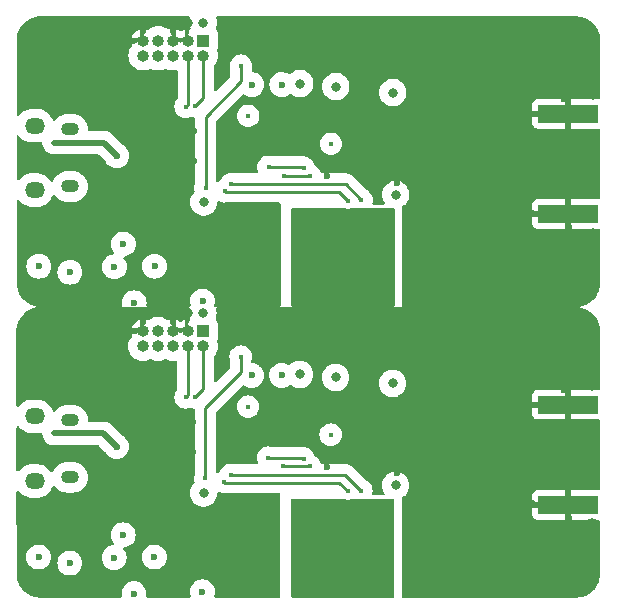
<source format=gbr>
%TF.GenerationSoftware,KiCad,Pcbnew,7.0.2*%
%TF.CreationDate,2023-04-27T09:09:23+02:00*%
%TF.ProjectId,STM32_RF,53544d33-325f-4524-962e-6b696361645f,rev?*%
%TF.SameCoordinates,Original*%
%TF.FileFunction,Copper,L4,Bot*%
%TF.FilePolarity,Positive*%
%FSLAX46Y46*%
G04 Gerber Fmt 4.6, Leading zero omitted, Abs format (unit mm)*
G04 Created by KiCad (PCBNEW 7.0.2) date 2023-04-27 09:09:23*
%MOMM*%
%LPD*%
G01*
G04 APERTURE LIST*
%TA.AperFunction,ComponentPad*%
%ADD10R,1.000000X1.000000*%
%TD*%
%TA.AperFunction,ComponentPad*%
%ADD11O,1.000000X1.000000*%
%TD*%
%TA.AperFunction,ComponentPad*%
%ADD12O,1.700000X1.350000*%
%TD*%
%TA.AperFunction,ComponentPad*%
%ADD13O,1.500000X1.100000*%
%TD*%
%TA.AperFunction,SMDPad,CuDef*%
%ADD14R,5.080000X1.500000*%
%TD*%
%TA.AperFunction,ViaPad*%
%ADD15C,0.600000*%
%TD*%
%TA.AperFunction,ViaPad*%
%ADD16C,0.400000*%
%TD*%
%TA.AperFunction,ViaPad*%
%ADD17C,1.000000*%
%TD*%
%TA.AperFunction,ViaPad*%
%ADD18C,0.800000*%
%TD*%
%TA.AperFunction,Conductor*%
%ADD19C,0.500000*%
%TD*%
%TA.AperFunction,Conductor*%
%ADD20C,0.293370*%
%TD*%
G04 APERTURE END LIST*
D10*
%TO.P,J1,1,Pin_a2*%
%TO.N,+3.3V*%
X92521251Y-58028014D03*
D11*
%TO.P,J1,2,Pin_b2*%
%TO.N,SWDIO*%
X92521251Y-59298014D03*
%TO.P,J1,3,Pin_a4*%
%TO.N,GND*%
X91251251Y-58028014D03*
%TO.P,J1,4,Pin_b4*%
%TO.N,SWCLK*%
X91251251Y-59298014D03*
%TO.P,J1,5,Pin_a6*%
%TO.N,GND*%
X89981251Y-58028014D03*
%TO.P,J1,6,Pin_b6*%
%TO.N,unconnected-(J1-Pin_b6-Pad6)*%
X89981251Y-59298014D03*
%TO.P,J1,7,Pin_a8*%
%TO.N,unconnected-(J1-Pin_a8-Pad7)*%
X88711251Y-58028014D03*
%TO.P,J1,8,Pin_b8*%
%TO.N,unconnected-(J1-Pin_b8-Pad8)*%
X88711251Y-59298014D03*
%TO.P,J1,9,Pin_a10*%
%TO.N,GND*%
X87441251Y-58028014D03*
%TO.P,J1,10,Pin_b10*%
%TO.N,NRST*%
X87441251Y-59298014D03*
%TD*%
D12*
%TO.P,J3,6,Shield*%
%TO.N,unconnected-(J3-Shield-Pad6)*%
X78262051Y-65224814D03*
D13*
X81262051Y-65534814D03*
X81262051Y-70374814D03*
D12*
X78262051Y-70684814D03*
%TD*%
D14*
%TO.P,J2,2,Ext*%
%TO.N,GND*%
X123432892Y-64224403D03*
X123432892Y-72724403D03*
%TD*%
D12*
%TO.P,J3,6,Shield*%
%TO.N,unconnected-(J3-Shield-Pad6)*%
X78247600Y-89848400D03*
D13*
X81247600Y-90158400D03*
X81247600Y-94998400D03*
D12*
X78247600Y-95308400D03*
%TD*%
D11*
%TO.P,J1,10,Pin_b10*%
%TO.N,NRST*%
X87426800Y-83921600D03*
%TO.P,J1,9,Pin_a10*%
%TO.N,GND*%
X87426800Y-82651600D03*
%TO.P,J1,8,Pin_b8*%
%TO.N,unconnected-(J1-Pin_b8-Pad8)*%
X88696800Y-83921600D03*
%TO.P,J1,7,Pin_a8*%
%TO.N,unconnected-(J1-Pin_a8-Pad7)*%
X88696800Y-82651600D03*
%TO.P,J1,6,Pin_b6*%
%TO.N,unconnected-(J1-Pin_b6-Pad6)*%
X89966800Y-83921600D03*
%TO.P,J1,5,Pin_a6*%
%TO.N,GND*%
X89966800Y-82651600D03*
%TO.P,J1,4,Pin_b4*%
%TO.N,SWCLK*%
X91236800Y-83921600D03*
%TO.P,J1,3,Pin_a4*%
%TO.N,GND*%
X91236800Y-82651600D03*
%TO.P,J1,2,Pin_b2*%
%TO.N,SWDIO*%
X92506800Y-83921600D03*
D10*
%TO.P,J1,1,Pin_a2*%
%TO.N,+3.3V*%
X92506800Y-82651600D03*
%TD*%
D14*
%TO.P,J2,2,Ext*%
%TO.N,GND*%
X123418441Y-88847989D03*
X123418441Y-97347989D03*
%TD*%
D15*
%TO.N,+3.3V*%
X96636051Y-61751614D03*
D16*
%TO.N,DR*%
X101055651Y-68817388D03*
%TO.N,SPI3_MISO*%
X99328451Y-69458014D03*
D15*
%TO.N,GND*%
X112641892Y-74621203D03*
D16*
%TO.N,SPI3_SCK*%
X104767892Y-71573203D03*
D17*
%TO.N,GND*%
X125494292Y-62530803D03*
D15*
X102989892Y-69490403D03*
X109844051Y-77128814D03*
X100957892Y-59127203D03*
D17*
X125494292Y-59127203D03*
D18*
X91251251Y-56504014D03*
D15*
X106342692Y-59736803D03*
X111371892Y-63699203D03*
X105783892Y-76399203D03*
D17*
X122192292Y-79922814D03*
X113454692Y-58720803D03*
X115232692Y-56638003D03*
X113505492Y-79922814D03*
D15*
X107815892Y-65832803D03*
X103497892Y-59127203D03*
X96636051Y-58957614D03*
X106190292Y-63546803D03*
X111117892Y-59889203D03*
D17*
X113505492Y-72944803D03*
D15*
X94353892Y-74291603D03*
X94247551Y-68210814D03*
X92216451Y-74538014D03*
X118953192Y-70963603D03*
X96737651Y-78246414D03*
D16*
X89796451Y-69541214D03*
D15*
X94247551Y-65670814D03*
X90692451Y-74538014D03*
D17*
X113454692Y-63089603D03*
X125494292Y-77618403D03*
X113454692Y-60905203D03*
D16*
X101004851Y-65597214D03*
D15*
X107307892Y-63546803D03*
D17*
X122700292Y-56638003D03*
X113505492Y-77974003D03*
D15*
X120363492Y-72589203D03*
D18*
X89981251Y-56504014D03*
D15*
X91707551Y-65670814D03*
%TO.N,+3.3V*%
X99176051Y-61751614D03*
%TO.N,GND*%
X112641892Y-70557203D03*
X109289092Y-63699203D03*
D18*
%TO.N,+3.3V*%
X92572051Y-71719214D03*
D15*
%TO.N,GND*%
X108323892Y-60143203D03*
X115651192Y-62581603D03*
X123079192Y-62988003D03*
D17*
X117569492Y-56638003D03*
D16*
%TO.N,SPI3_!CS*%
X94876236Y-70169214D03*
%TO.N,+3.3V*%
X96330351Y-64400814D03*
D15*
%TO.N,GND*%
X108933492Y-70049203D03*
X99176051Y-58957614D03*
X91707551Y-68210814D03*
D17*
X118835651Y-79922814D03*
D16*
%TO.N,SPI3_!CS*%
X105926270Y-71512383D03*
D15*
%TO.N,GND*%
X94350051Y-78131214D03*
X111117892Y-74621203D03*
X104564692Y-59686003D03*
D17*
X113505492Y-75078403D03*
D15*
X105225092Y-65782003D03*
X107765092Y-68271203D03*
X100856292Y-72843203D03*
X105225092Y-68271203D03*
X118699192Y-72741603D03*
D17*
X120261892Y-56638003D03*
D15*
X92829892Y-74291603D03*
X120285192Y-64258003D03*
D16*
%TO.N,DR*%
X98057551Y-68718814D03*
D15*
%TO.N,GND*%
X103751892Y-73097203D03*
D18*
%TO.N,+3.3V*%
X92521251Y-56504014D03*
D15*
%TO.N,GND*%
X111625892Y-70557203D03*
X95670851Y-57875614D03*
D18*
%TO.N,+3.3V*%
X108831892Y-71065203D03*
X108577892Y-62429203D03*
D17*
%TO.N,GND*%
X113505492Y-56739603D03*
D16*
%TO.N,SWCLK*%
X91048051Y-63616014D03*
%TO.N,SPI3_MISO*%
X101563651Y-69458014D03*
D17*
%TO.N,GND*%
X115990851Y-79922814D03*
D18*
X87441251Y-56504014D03*
D15*
X110152692Y-66137603D03*
X123513092Y-73808403D03*
D16*
%TO.N,SPI3_SCK*%
X94330051Y-70783429D03*
D18*
%TO.N,+3.3V*%
X103751892Y-61921203D03*
D16*
%TO.N,GND*%
X99887251Y-64428814D03*
%TO.N,NRST*%
X92724451Y-70474014D03*
D15*
%TO.N,GND*%
X78652851Y-75300014D03*
D16*
%TO.N,+5V*%
X79922851Y-66664014D03*
D15*
%TO.N,+3.3V*%
X86679251Y-80227614D03*
%TO.N,GND*%
X109898692Y-74875203D03*
X91403651Y-78094014D03*
D16*
%TO.N,SWDIO*%
X91809151Y-63588014D03*
D15*
%TO.N,+3.3V*%
X85002851Y-77179614D03*
%TO.N,GND*%
X90235251Y-80126014D03*
%TO.N,+3.3V*%
X81243651Y-77636814D03*
%TO.N,GND*%
X82564451Y-68899214D03*
%TO.N,+5V*%
X85206051Y-67781614D03*
%TO.N,GND*%
X92521251Y-75909614D03*
%TO.N,+3.3V*%
X85764851Y-75249214D03*
D16*
%TO.N,GND*%
X89574851Y-62803214D03*
D18*
%TO.N,+3.3V*%
X100703892Y-61667203D03*
D16*
X103341651Y-66765614D03*
D15*
X78602051Y-77128814D03*
%TO.N,GND*%
X78652851Y-74334814D03*
%TO.N,+3.3V*%
X88406451Y-77128814D03*
%TO.N,GND*%
X108167651Y-76773214D03*
D16*
%TO.N,NRST*%
X95721651Y-60161614D03*
D17*
%TO.N,GND*%
X125494292Y-74367203D03*
D15*
%TO.N,+3.3V*%
X92470451Y-80075214D03*
D16*
%TO.N,GND*%
X99872800Y-89052400D03*
D15*
%TO.N,+3.3V*%
X92456000Y-104698800D03*
D16*
%TO.N,NRST*%
X92710000Y-95097600D03*
%TO.N,GND*%
X89560400Y-87426800D03*
D15*
X108153200Y-101396800D03*
X91389200Y-102717600D03*
X92506800Y-100533200D03*
X90220800Y-104749600D03*
%TO.N,+3.3V*%
X85750400Y-99872800D03*
X81229200Y-102260400D03*
X78587600Y-101752400D03*
X84988400Y-101803200D03*
X86664800Y-104851200D03*
X88392000Y-101752400D03*
%TO.N,GND*%
X78638400Y-99923600D03*
X78638400Y-98958400D03*
X82550000Y-93522800D03*
%TO.N,+5V*%
X85191600Y-92405200D03*
D16*
X79908400Y-91287600D03*
%TO.N,SPI3_MISO*%
X101549200Y-94081600D03*
X99314000Y-94081600D03*
%TO.N,SPI3_!CS*%
X94861785Y-94792800D03*
%TO.N,SPI3_SCK*%
X94315600Y-95407015D03*
%TO.N,DR*%
X101041200Y-93440974D03*
%TO.N,GND*%
X89782000Y-94164800D03*
X100990400Y-90220800D03*
%TO.N,+3.3V*%
X103327200Y-91389200D03*
D15*
X96621600Y-86375200D03*
D18*
X92506800Y-81127600D03*
X108563441Y-87052789D03*
X103737441Y-86544789D03*
X108817441Y-95688789D03*
D16*
X96315900Y-89024400D03*
D15*
X99161600Y-86375200D03*
D18*
X92557600Y-96342800D03*
X100689441Y-86290789D03*
D17*
%TO.N,GND*%
X117555041Y-81261589D03*
D15*
X123064741Y-87611589D03*
X115636741Y-87205189D03*
X91693100Y-90294400D03*
X94233100Y-92834400D03*
X103737441Y-97720789D03*
X92202000Y-99161600D03*
D17*
X113491041Y-97568389D03*
D15*
X105210641Y-92894789D03*
D17*
X120247441Y-81261589D03*
X113440241Y-85528789D03*
D15*
X111611441Y-95180789D03*
X123498641Y-98431989D03*
X100841841Y-97466789D03*
X107750641Y-92894789D03*
X111103441Y-99244789D03*
X103483441Y-83750789D03*
X96621600Y-83581200D03*
X111103441Y-84512789D03*
X110138241Y-90761189D03*
X92815441Y-98915189D03*
D17*
X118821200Y-104546400D03*
D15*
X106175841Y-88170389D03*
D17*
X113491041Y-102597589D03*
D15*
X107801441Y-90456389D03*
D17*
X113440241Y-83344389D03*
D15*
X108919041Y-94672789D03*
X107293441Y-88170389D03*
X91693100Y-92834400D03*
X90678000Y-99161600D03*
D17*
X113491041Y-104546400D03*
D15*
X118684741Y-97365189D03*
D17*
X122177841Y-104546400D03*
X115218241Y-81261589D03*
D15*
X112627441Y-95180789D03*
X99161600Y-83581200D03*
D17*
X125479841Y-98990789D03*
D15*
X94335600Y-102754800D03*
D17*
X113440241Y-87713189D03*
D15*
X106328241Y-84360389D03*
D17*
X113491041Y-99701989D03*
X125479841Y-102241989D03*
D15*
X109884241Y-99498789D03*
D17*
X113491041Y-81363189D03*
D15*
X95656400Y-82499200D03*
X96723200Y-102870000D03*
D18*
X91236800Y-81127600D03*
D15*
X104550241Y-84309589D03*
X120270741Y-88881589D03*
X111357441Y-88322789D03*
X94233100Y-90294400D03*
X109829600Y-101752400D03*
X94339441Y-98915189D03*
X102975441Y-94113989D03*
X109274641Y-88322789D03*
D17*
X125479841Y-83750789D03*
D15*
X100943441Y-83750789D03*
D18*
X87426800Y-81127600D03*
D17*
X122685841Y-81261589D03*
D15*
X105769441Y-101022789D03*
X118938741Y-95587189D03*
X108309441Y-84766789D03*
D17*
X125479841Y-87154389D03*
D18*
X89966800Y-81127600D03*
D15*
X105210641Y-90405589D03*
X112627441Y-99244789D03*
D17*
X115976400Y-104546400D03*
D15*
X120349041Y-97212789D03*
D16*
%TO.N,NRST*%
X95707200Y-84785200D03*
%TO.N,SPI3_SCK*%
X104753441Y-96196789D03*
%TO.N,SPI3_!CS*%
X105911819Y-96135969D03*
%TO.N,DR*%
X98043100Y-93342400D03*
%TO.N,SWDIO*%
X91794700Y-88211600D03*
%TO.N,SWCLK*%
X91033600Y-88239600D03*
%TD*%
D19*
%TO.N,+5V*%
X84088451Y-66664014D02*
X79922851Y-66664014D01*
D20*
%TO.N,DR*%
X100957077Y-68718814D02*
X98057551Y-68718814D01*
D19*
%TO.N,+5V*%
X85206051Y-67781614D02*
X84088451Y-66664014D01*
D20*
%TO.N,SWDIO*%
X91809151Y-63588014D02*
X92521251Y-62875914D01*
%TO.N,SPI3_MISO*%
X99328451Y-69458014D02*
X101563651Y-69458014D01*
%TO.N,SPI3_SCK*%
X94376236Y-70829614D02*
X104024303Y-70829614D01*
%TO.N,SPI3_!CS*%
X94876236Y-70169214D02*
X104583101Y-70169214D01*
%TO.N,SWCLK*%
X91251251Y-63412814D02*
X91251251Y-59298014D01*
%TO.N,SPI3_SCK*%
X94330051Y-70783429D02*
X94376236Y-70829614D01*
X104024303Y-70829614D02*
X104767892Y-71573203D01*
%TO.N,SPI3_MISO*%
X101563651Y-69458014D02*
X101512851Y-69458014D01*
%TO.N,SPI3_!CS*%
X104583101Y-70169214D02*
X105926270Y-71512383D01*
%TO.N,SWCLK*%
X91048051Y-63616014D02*
X91251251Y-63412814D01*
%TO.N,DR*%
X101055651Y-68817388D02*
X100957077Y-68718814D01*
%TO.N,NRST*%
X95721651Y-61482414D02*
X95721651Y-60161614D01*
X92724451Y-70474014D02*
X92724451Y-64479614D01*
%TO.N,SWDIO*%
X92521251Y-62875914D02*
X92521251Y-59298014D01*
%TO.N,NRST*%
X92724451Y-64479614D02*
X95721651Y-61482414D01*
%TO.N,SWCLK*%
X91236800Y-88036400D02*
X91236800Y-83921600D01*
X91033600Y-88239600D02*
X91236800Y-88036400D01*
%TO.N,NRST*%
X92710000Y-89103200D02*
X95707200Y-86106000D01*
X92710000Y-95097600D02*
X92710000Y-89103200D01*
X95707200Y-86106000D02*
X95707200Y-84785200D01*
D19*
%TO.N,+5V*%
X84074000Y-91287600D02*
X79908400Y-91287600D01*
X85191600Y-92405200D02*
X84074000Y-91287600D01*
D20*
%TO.N,SWDIO*%
X92506800Y-87499500D02*
X92506800Y-83921600D01*
X91794700Y-88211600D02*
X92506800Y-87499500D01*
%TO.N,SPI3_MISO*%
X101549200Y-94081600D02*
X101498400Y-94081600D01*
X99314000Y-94081600D02*
X101549200Y-94081600D01*
%TO.N,SPI3_SCK*%
X104009852Y-95453200D02*
X104753441Y-96196789D01*
X94315600Y-95407015D02*
X94361785Y-95453200D01*
X94361785Y-95453200D02*
X104009852Y-95453200D01*
%TO.N,SPI3_!CS*%
X104568650Y-94792800D02*
X105911819Y-96135969D01*
X94861785Y-94792800D02*
X104568650Y-94792800D01*
%TO.N,DR*%
X100942626Y-93342400D02*
X98043100Y-93342400D01*
X101041200Y-93440974D02*
X100942626Y-93342400D01*
%TD*%
%TA.AperFunction,Conductor*%
%TO.N,GND*%
G36*
X104434650Y-96820592D02*
G01*
X104503216Y-96856579D01*
X104668385Y-96897289D01*
X104668386Y-96897289D01*
X104838496Y-96897289D01*
X104838497Y-96897289D01*
X105003666Y-96856579D01*
X105072231Y-96820592D01*
X105129857Y-96806389D01*
X105689665Y-96806389D01*
X105719340Y-96809992D01*
X105826763Y-96836469D01*
X105826764Y-96836469D01*
X105996874Y-96836469D01*
X105996875Y-96836469D01*
X106104297Y-96809992D01*
X106133973Y-96806389D01*
X108591841Y-96806389D01*
X108658880Y-96826074D01*
X108704635Y-96878878D01*
X108715841Y-96930389D01*
X108715841Y-105064389D01*
X108696156Y-105131428D01*
X108643352Y-105177183D01*
X108591841Y-105188389D01*
X100102241Y-105188389D01*
X100035202Y-105168704D01*
X99989447Y-105115900D01*
X99978241Y-105064389D01*
X99978241Y-96930389D01*
X99997926Y-96863350D01*
X100050730Y-96817595D01*
X100102241Y-96806389D01*
X104377025Y-96806389D01*
X104434650Y-96820592D01*
G37*
%TD.AperFunction*%
%TD*%
%TA.AperFunction,Conductor*%
%TO.N,GND*%
G36*
X91363251Y-80620874D02*
G01*
X91409006Y-80673678D01*
X91418950Y-80742836D01*
X91415478Y-80759124D01*
X91371043Y-80915289D01*
X91351371Y-81127600D01*
X91371043Y-81339910D01*
X91429396Y-81544994D01*
X91430400Y-81547010D01*
X91431120Y-81551053D01*
X91432539Y-81556039D01*
X91432034Y-81556182D01*
X91442656Y-81615796D01*
X91420197Y-81669683D01*
X91421697Y-81670608D01*
X91415886Y-81680027D01*
X91415778Y-81680289D01*
X91415611Y-81680473D01*
X91321986Y-81832265D01*
X91266800Y-81998802D01*
X91256619Y-82098458D01*
X91256617Y-82098478D01*
X91256300Y-82101591D01*
X91256300Y-82104738D01*
X91256300Y-82104739D01*
X91256300Y-82326600D01*
X91208364Y-82326600D01*
X91123929Y-82341488D01*
X91024671Y-82398795D01*
X90950999Y-82486593D01*
X90911800Y-82594294D01*
X90911800Y-82708906D01*
X90913512Y-82713610D01*
X90807465Y-82742026D01*
X90654204Y-82813493D01*
X90585127Y-82823985D01*
X90549396Y-82813493D01*
X90396134Y-82742026D01*
X90290087Y-82713610D01*
X90291800Y-82708906D01*
X90291800Y-82594294D01*
X90252601Y-82486593D01*
X90178929Y-82398795D01*
X90079671Y-82341488D01*
X89995236Y-82326600D01*
X89938364Y-82326600D01*
X89905865Y-82332330D01*
X89876375Y-82222270D01*
X89783902Y-82023962D01*
X89739225Y-81960156D01*
X89716898Y-81893950D01*
X89716800Y-81889033D01*
X89716800Y-81682439D01*
X90216800Y-81682439D01*
X90216800Y-82401600D01*
X90986799Y-82401600D01*
X90986800Y-81682439D01*
X90986798Y-81682439D01*
X90852265Y-81723249D01*
X90667770Y-81821864D01*
X90666923Y-81820279D01*
X90616154Y-81841841D01*
X90547287Y-81830050D01*
X90528220Y-81817796D01*
X90351334Y-81723249D01*
X90216801Y-81682439D01*
X90216800Y-81682439D01*
X89716800Y-81682439D01*
X89716799Y-81682439D01*
X89618276Y-81712326D01*
X89548409Y-81712949D01*
X89511158Y-81695240D01*
X89324439Y-81564498D01*
X89126131Y-81472025D01*
X88914774Y-81415392D01*
X88696799Y-81396322D01*
X88478825Y-81415392D01*
X88267468Y-81472025D01*
X88069160Y-81564498D01*
X87882440Y-81695240D01*
X87816233Y-81717567D01*
X87775321Y-81712326D01*
X87676800Y-81682439D01*
X87676799Y-81682439D01*
X87676800Y-81889033D01*
X87657115Y-81956072D01*
X87654375Y-81960156D01*
X87609698Y-82023961D01*
X87517225Y-82222268D01*
X87487733Y-82332330D01*
X87455236Y-82326600D01*
X87398364Y-82326600D01*
X87313929Y-82341488D01*
X87214671Y-82398795D01*
X87140999Y-82486593D01*
X87101800Y-82594294D01*
X87101800Y-82708906D01*
X87103512Y-82713610D01*
X86997468Y-82742025D01*
X86799161Y-82834498D01*
X86735356Y-82879175D01*
X86669150Y-82901502D01*
X86664233Y-82901600D01*
X86457640Y-82901600D01*
X86487526Y-83000121D01*
X86488149Y-83069988D01*
X86470440Y-83107240D01*
X86339698Y-83293960D01*
X86247225Y-83492268D01*
X86190592Y-83703625D01*
X86171522Y-83921600D01*
X86190592Y-84139574D01*
X86247225Y-84350931D01*
X86297061Y-84457805D01*
X86339698Y-84549239D01*
X86465202Y-84728477D01*
X86619923Y-84883198D01*
X86799161Y-85008702D01*
X86997470Y-85101175D01*
X87208823Y-85157807D01*
X87426800Y-85176877D01*
X87644777Y-85157807D01*
X87856130Y-85101175D01*
X88009396Y-85029705D01*
X88078472Y-85019214D01*
X88114202Y-85029705D01*
X88267470Y-85101175D01*
X88478823Y-85157807D01*
X88696800Y-85176877D01*
X88914777Y-85157807D01*
X89126130Y-85101175D01*
X89279396Y-85029705D01*
X89348471Y-85019214D01*
X89384204Y-85029706D01*
X89537470Y-85101175D01*
X89748823Y-85157807D01*
X89966800Y-85176877D01*
X90195585Y-85156862D01*
X90195722Y-85158434D01*
X90253363Y-85159803D01*
X90311228Y-85198962D01*
X90338737Y-85263188D01*
X90339615Y-85277918D01*
X90339615Y-87542573D01*
X90319930Y-87609612D01*
X90311468Y-87621238D01*
X90239463Y-87708975D01*
X90151203Y-87874099D01*
X90096853Y-88053267D01*
X90078501Y-88239599D01*
X90096853Y-88425932D01*
X90151203Y-88605100D01*
X90220796Y-88735299D01*
X90239464Y-88770225D01*
X90358243Y-88914957D01*
X90502975Y-89033736D01*
X90668099Y-89121996D01*
X90847269Y-89176347D01*
X91033600Y-89194699D01*
X91219931Y-89176347D01*
X91399101Y-89121996D01*
X91399101Y-89121995D01*
X91410790Y-89118450D01*
X91411199Y-89119799D01*
X91466504Y-89108276D01*
X91492562Y-89113216D01*
X91573831Y-89137869D01*
X91608368Y-89148347D01*
X91631077Y-89150583D01*
X91700969Y-89157467D01*
X91765756Y-89183628D01*
X91806115Y-89240662D01*
X91812815Y-89280870D01*
X91812815Y-94762456D01*
X91807476Y-94798451D01*
X91773252Y-94911270D01*
X91754901Y-95097600D01*
X91773252Y-95283929D01*
X91802117Y-95379084D01*
X91802740Y-95448951D01*
X91766996Y-95506715D01*
X91703727Y-95564393D01*
X91575231Y-95734547D01*
X91480195Y-95925409D01*
X91421843Y-96130489D01*
X91402171Y-96342800D01*
X91421843Y-96555110D01*
X91480195Y-96760190D01*
X91575231Y-96951052D01*
X91686194Y-97097989D01*
X91703728Y-97121207D01*
X91861298Y-97264852D01*
X92042581Y-97377098D01*
X92241402Y-97454121D01*
X92450990Y-97493300D01*
X92450992Y-97493300D01*
X92664208Y-97493300D01*
X92664210Y-97493300D01*
X92873798Y-97454121D01*
X93072619Y-97377098D01*
X93253902Y-97264852D01*
X93411472Y-97121207D01*
X93539966Y-96951055D01*
X93539966Y-96951053D01*
X93539968Y-96951052D01*
X93616926Y-96796497D01*
X93635005Y-96760189D01*
X93693356Y-96555110D01*
X93711700Y-96357138D01*
X93737485Y-96292204D01*
X93794285Y-96251516D01*
X93864066Y-96247996D01*
X93893621Y-96259223D01*
X93950099Y-96289411D01*
X94129269Y-96343762D01*
X94315600Y-96362114D01*
X94391901Y-96354597D01*
X94408130Y-96354227D01*
X94408995Y-96354089D01*
X94408998Y-96354090D01*
X94416758Y-96352860D01*
X94422748Y-96351912D01*
X94442148Y-96350385D01*
X98939841Y-96350385D01*
X99006880Y-96370070D01*
X99052635Y-96422874D01*
X99063841Y-96474385D01*
X99063841Y-105064389D01*
X99044156Y-105131428D01*
X98991352Y-105177183D01*
X98939841Y-105188389D01*
X93572449Y-105188389D01*
X93505410Y-105168704D01*
X93459655Y-105115900D01*
X93449711Y-105046742D01*
X93453788Y-105028395D01*
X93491300Y-104904734D01*
X93511583Y-104698800D01*
X93491300Y-104492866D01*
X93431232Y-104294846D01*
X93333685Y-104112350D01*
X93268047Y-104032370D01*
X93202410Y-103952389D01*
X93050984Y-103828119D01*
X93042450Y-103821115D01*
X92859954Y-103723568D01*
X92760943Y-103693534D01*
X92661932Y-103663499D01*
X92478497Y-103645432D01*
X92456000Y-103643217D01*
X92455999Y-103643217D01*
X92250067Y-103663499D01*
X92052043Y-103723569D01*
X91869551Y-103821114D01*
X91709589Y-103952389D01*
X91578314Y-104112351D01*
X91480769Y-104294843D01*
X91420699Y-104492867D01*
X91400417Y-104698800D01*
X91420699Y-104904734D01*
X91458211Y-105028395D01*
X91458834Y-105098261D01*
X91421585Y-105157374D01*
X91358291Y-105186965D01*
X91339550Y-105188389D01*
X87823986Y-105188389D01*
X87756947Y-105168704D01*
X87711192Y-105115900D01*
X87700583Y-105052235D01*
X87709424Y-104962470D01*
X87720383Y-104851200D01*
X87700100Y-104645266D01*
X87640032Y-104447246D01*
X87542485Y-104264750D01*
X87467647Y-104173559D01*
X87411210Y-104104789D01*
X87313752Y-104024808D01*
X87251250Y-103973515D01*
X87068754Y-103875968D01*
X86969744Y-103845934D01*
X86870732Y-103815899D01*
X86664800Y-103795617D01*
X86458867Y-103815899D01*
X86260843Y-103875969D01*
X86078351Y-103973514D01*
X85918389Y-104104789D01*
X85787114Y-104264751D01*
X85689569Y-104447243D01*
X85629499Y-104645267D01*
X85609217Y-104851200D01*
X85629017Y-105052235D01*
X85615998Y-105120881D01*
X85567933Y-105171591D01*
X85505614Y-105188389D01*
X78658497Y-105188389D01*
X78649642Y-105188072D01*
X78494173Y-105176941D01*
X78478808Y-105174870D01*
X78364026Y-105152010D01*
X78335842Y-105145872D01*
X78219865Y-105120612D01*
X78206364Y-105116859D01*
X78089802Y-105077239D01*
X78086325Y-105075999D01*
X77955906Y-105027292D01*
X77944382Y-105022310D01*
X77831432Y-104966530D01*
X77826846Y-104964145D01*
X77707187Y-104898712D01*
X77697715Y-104892968D01*
X77591876Y-104822138D01*
X77586453Y-104818295D01*
X77478362Y-104737247D01*
X77470908Y-104731193D01*
X77374799Y-104646756D01*
X77368876Y-104641198D01*
X77273716Y-104545855D01*
X77268167Y-104539919D01*
X77183876Y-104443599D01*
X77177838Y-104436136D01*
X77097081Y-104328001D01*
X77093262Y-104322588D01*
X77022517Y-104216433D01*
X77016796Y-104206959D01*
X76951758Y-104087476D01*
X76949386Y-104082891D01*
X76893652Y-103969482D01*
X76888693Y-103957951D01*
X76840452Y-103828019D01*
X76839235Y-103824587D01*
X76799616Y-103707280D01*
X76795892Y-103693780D01*
X76765038Y-103550797D01*
X76742142Y-103434662D01*
X76740113Y-103419380D01*
X76727617Y-103239987D01*
X76722257Y-103155822D01*
X76722008Y-103147735D01*
X76722069Y-103116939D01*
X76721962Y-103116560D01*
X76721692Y-102858782D01*
X76720533Y-101752400D01*
X77532017Y-101752400D01*
X77552299Y-101958332D01*
X77552300Y-101958334D01*
X77612368Y-102156354D01*
X77709915Y-102338850D01*
X77751604Y-102389648D01*
X77841189Y-102498810D01*
X77903090Y-102549610D01*
X78001150Y-102630085D01*
X78183646Y-102727632D01*
X78381666Y-102787700D01*
X78587600Y-102807983D01*
X78793534Y-102787700D01*
X78991554Y-102727632D01*
X79174050Y-102630085D01*
X79334010Y-102498810D01*
X79465285Y-102338850D01*
X79507218Y-102260399D01*
X80173617Y-102260399D01*
X80193899Y-102466332D01*
X80193900Y-102466334D01*
X80253968Y-102664354D01*
X80351515Y-102846850D01*
X80402809Y-102909352D01*
X80482789Y-103006810D01*
X80562769Y-103072447D01*
X80642750Y-103138085D01*
X80825246Y-103235632D01*
X81023266Y-103295700D01*
X81229200Y-103315983D01*
X81435134Y-103295700D01*
X81633154Y-103235632D01*
X81815650Y-103138085D01*
X81975610Y-103006810D01*
X82106885Y-102846850D01*
X82204432Y-102664354D01*
X82264500Y-102466334D01*
X82284783Y-102260400D01*
X82264500Y-102054466D01*
X82204432Y-101856446D01*
X82175971Y-101803200D01*
X83932817Y-101803200D01*
X83953099Y-102009132D01*
X83953100Y-102009134D01*
X84013168Y-102207154D01*
X84110715Y-102389650D01*
X84162009Y-102452152D01*
X84241989Y-102549610D01*
X84321970Y-102615247D01*
X84401950Y-102680885D01*
X84584446Y-102778432D01*
X84782466Y-102838500D01*
X84988400Y-102858783D01*
X85194334Y-102838500D01*
X85392354Y-102778432D01*
X85574850Y-102680885D01*
X85734810Y-102549610D01*
X85866085Y-102389650D01*
X85963632Y-102207154D01*
X86023700Y-102009134D01*
X86043983Y-101803200D01*
X86038980Y-101752400D01*
X87336417Y-101752400D01*
X87356699Y-101958332D01*
X87356700Y-101958334D01*
X87416768Y-102156354D01*
X87514315Y-102338850D01*
X87556004Y-102389648D01*
X87645589Y-102498810D01*
X87707490Y-102549610D01*
X87805550Y-102630085D01*
X87988046Y-102727632D01*
X88186066Y-102787700D01*
X88392000Y-102807983D01*
X88597934Y-102787700D01*
X88795954Y-102727632D01*
X88978450Y-102630085D01*
X89138410Y-102498810D01*
X89269685Y-102338850D01*
X89367232Y-102156354D01*
X89427300Y-101958334D01*
X89447583Y-101752400D01*
X89427300Y-101546466D01*
X89367232Y-101348446D01*
X89269685Y-101165950D01*
X89204047Y-101085970D01*
X89138410Y-101005989D01*
X89017252Y-100906559D01*
X88978450Y-100874715D01*
X88795954Y-100777168D01*
X88680026Y-100742002D01*
X88597932Y-100717099D01*
X88392000Y-100696817D01*
X88186067Y-100717099D01*
X87988043Y-100777169D01*
X87805551Y-100874714D01*
X87645589Y-101005989D01*
X87514314Y-101165951D01*
X87416769Y-101348443D01*
X87356699Y-101546467D01*
X87336417Y-101752400D01*
X86038980Y-101752400D01*
X86023700Y-101597266D01*
X85963632Y-101399246D01*
X85866085Y-101216750D01*
X85785646Y-101118734D01*
X85758334Y-101054424D01*
X85770125Y-100985557D01*
X85817278Y-100933997D01*
X85869344Y-100916667D01*
X85956334Y-100908100D01*
X86154354Y-100848032D01*
X86336850Y-100750485D01*
X86496810Y-100619210D01*
X86628085Y-100459250D01*
X86725632Y-100276754D01*
X86785700Y-100078734D01*
X86805983Y-99872800D01*
X86785700Y-99666866D01*
X86725632Y-99468846D01*
X86628085Y-99286350D01*
X86562447Y-99206370D01*
X86496810Y-99126389D01*
X86399352Y-99046408D01*
X86336850Y-98995115D01*
X86154354Y-98897568D01*
X86055343Y-98867534D01*
X85956332Y-98837499D01*
X85750400Y-98817217D01*
X85544467Y-98837499D01*
X85346443Y-98897569D01*
X85163951Y-98995114D01*
X85003989Y-99126389D01*
X84872714Y-99286351D01*
X84775169Y-99468843D01*
X84715099Y-99666867D01*
X84694817Y-99872799D01*
X84715099Y-100078732D01*
X84715100Y-100078734D01*
X84775168Y-100276754D01*
X84872715Y-100459250D01*
X84924538Y-100522397D01*
X84953153Y-100557265D01*
X84980465Y-100621575D01*
X84968674Y-100690442D01*
X84921521Y-100742002D01*
X84869454Y-100759332D01*
X84782467Y-100767899D01*
X84584443Y-100827969D01*
X84401951Y-100925514D01*
X84241989Y-101056789D01*
X84110714Y-101216751D01*
X84013169Y-101399243D01*
X83953099Y-101597267D01*
X83932817Y-101803200D01*
X82175971Y-101803200D01*
X82106885Y-101673950D01*
X82041247Y-101593970D01*
X81975610Y-101513989D01*
X81835793Y-101399246D01*
X81815650Y-101382715D01*
X81633154Y-101285168D01*
X81534144Y-101255133D01*
X81435132Y-101225099D01*
X81229200Y-101204817D01*
X81023267Y-101225099D01*
X80825243Y-101285169D01*
X80642751Y-101382714D01*
X80482789Y-101513989D01*
X80351514Y-101673951D01*
X80253969Y-101856443D01*
X80193899Y-102054467D01*
X80173617Y-102260399D01*
X79507218Y-102260399D01*
X79562832Y-102156354D01*
X79622900Y-101958334D01*
X79643183Y-101752400D01*
X79622900Y-101546466D01*
X79562832Y-101348446D01*
X79465285Y-101165950D01*
X79399647Y-101085970D01*
X79334010Y-101005989D01*
X79212852Y-100906559D01*
X79174050Y-100874715D01*
X78991554Y-100777168D01*
X78875626Y-100742002D01*
X78793532Y-100717099D01*
X78587600Y-100696817D01*
X78381667Y-100717099D01*
X78183643Y-100777169D01*
X78001151Y-100874714D01*
X77841189Y-101005989D01*
X77709914Y-101165951D01*
X77612369Y-101348443D01*
X77552299Y-101546467D01*
X77532017Y-101752400D01*
X76720533Y-101752400D01*
X76714769Y-96251952D01*
X76734383Y-96184895D01*
X76787139Y-96139085D01*
X76856287Y-96129069D01*
X76919873Y-96158027D01*
X76931850Y-96169899D01*
X77082675Y-96341269D01*
X77098723Y-96354227D01*
X77271469Y-96493711D01*
X77483312Y-96612053D01*
X77712109Y-96692892D01*
X77951270Y-96733900D01*
X77951272Y-96733900D01*
X78480523Y-96733900D01*
X78483154Y-96733900D01*
X78664382Y-96718475D01*
X78820932Y-96677712D01*
X78899209Y-96657331D01*
X79010071Y-96607218D01*
X79120323Y-96557381D01*
X79321365Y-96421500D01*
X79496552Y-96253597D01*
X79640844Y-96058502D01*
X79750088Y-95841829D01*
X79767114Y-95786232D01*
X79805563Y-95727898D01*
X79869450Y-95699610D01*
X79938489Y-95710353D01*
X79987252Y-95751421D01*
X80047552Y-95837539D01*
X80208459Y-95998446D01*
X80394864Y-96128967D01*
X80394865Y-96128967D01*
X80394866Y-96128968D01*
X80601104Y-96225139D01*
X80820908Y-96284035D01*
X80990816Y-96298900D01*
X80993525Y-96298900D01*
X81501675Y-96298900D01*
X81504384Y-96298900D01*
X81674292Y-96284035D01*
X81894096Y-96225139D01*
X82100334Y-96128968D01*
X82286739Y-95998447D01*
X82447647Y-95837539D01*
X82578168Y-95651134D01*
X82674339Y-95444896D01*
X82733235Y-95225092D01*
X82753068Y-94998400D01*
X82733235Y-94771708D01*
X82674339Y-94551904D01*
X82578168Y-94345666D01*
X82529060Y-94275531D01*
X82447646Y-94159259D01*
X82286740Y-93998353D01*
X82100335Y-93867832D01*
X81894097Y-93771661D01*
X81674289Y-93712764D01*
X81507084Y-93698136D01*
X81507079Y-93698135D01*
X81504384Y-93697900D01*
X80990816Y-93697900D01*
X80988121Y-93698135D01*
X80988115Y-93698136D01*
X80820910Y-93712764D01*
X80601102Y-93771661D01*
X80394864Y-93867832D01*
X80208459Y-93998353D01*
X80047553Y-94159259D01*
X79917032Y-94345665D01*
X79836258Y-94518884D01*
X79790085Y-94571323D01*
X79722892Y-94590475D01*
X79656010Y-94570259D01*
X79618288Y-94531495D01*
X79572842Y-94457686D01*
X79412525Y-94275531D01*
X79395984Y-94262175D01*
X79223730Y-94123088D01*
X79011887Y-94004746D01*
X78783090Y-93923907D01*
X78543930Y-93882900D01*
X78543928Y-93882900D01*
X78012046Y-93882900D01*
X78009430Y-93883122D01*
X78009421Y-93883123D01*
X77830819Y-93898324D01*
X77595990Y-93959468D01*
X77374877Y-94059418D01*
X77173835Y-94195299D01*
X76998646Y-94363204D01*
X76936496Y-94447236D01*
X76880806Y-94489430D01*
X76811144Y-94494818D01*
X76749628Y-94461688D01*
X76715789Y-94400559D01*
X76712801Y-94373637D01*
X76711841Y-93456779D01*
X76711841Y-90788498D01*
X76731526Y-90721459D01*
X76784330Y-90675704D01*
X76853488Y-90665760D01*
X76917044Y-90694785D01*
X76928921Y-90706571D01*
X76942024Y-90721459D01*
X77082674Y-90881268D01*
X77271469Y-91033711D01*
X77483312Y-91152053D01*
X77712109Y-91232892D01*
X77951270Y-91273900D01*
X77951272Y-91273900D01*
X78480523Y-91273900D01*
X78483154Y-91273900D01*
X78664382Y-91258475D01*
X78750044Y-91236170D01*
X78819876Y-91238327D01*
X78877460Y-91277897D01*
X78903856Y-91337392D01*
X78934843Y-91539671D01*
X79005513Y-91730486D01*
X79113145Y-91903168D01*
X79113148Y-91903171D01*
X79253341Y-92050653D01*
X79420351Y-92166895D01*
X79607342Y-92247140D01*
X79806659Y-92288100D01*
X83608217Y-92288100D01*
X83675256Y-92307785D01*
X83695898Y-92324419D01*
X84244393Y-92872913D01*
X84266070Y-92902140D01*
X84313915Y-92991650D01*
X84445189Y-93151610D01*
X84509114Y-93204071D01*
X84605150Y-93282885D01*
X84787646Y-93380432D01*
X84985666Y-93440500D01*
X85191600Y-93460783D01*
X85397534Y-93440500D01*
X85595554Y-93380432D01*
X85778050Y-93282885D01*
X85938010Y-93151610D01*
X86069285Y-92991650D01*
X86166832Y-92809154D01*
X86226900Y-92611134D01*
X86247183Y-92405200D01*
X86226900Y-92199266D01*
X86166832Y-92001246D01*
X86069285Y-91818750D01*
X85996849Y-91730486D01*
X85938010Y-91658789D01*
X85778050Y-91527515D01*
X85688542Y-91479671D01*
X85659315Y-91457994D01*
X84791567Y-90590247D01*
X84789374Y-90587998D01*
X84729059Y-90524546D01*
X84680642Y-90490847D01*
X84673119Y-90485175D01*
X84627405Y-90447900D01*
X84600440Y-90433815D01*
X84587019Y-90425684D01*
X84562049Y-90408305D01*
X84562048Y-90408304D01*
X84562046Y-90408303D01*
X84507845Y-90385043D01*
X84499336Y-90381002D01*
X84447053Y-90353692D01*
X84441126Y-90351996D01*
X84417798Y-90345321D01*
X84403020Y-90340059D01*
X84375058Y-90328060D01*
X84317272Y-90316183D01*
X84308128Y-90313938D01*
X84251421Y-90297713D01*
X84221075Y-90295402D01*
X84205534Y-90293222D01*
X84175742Y-90287100D01*
X84175741Y-90287100D01*
X84116758Y-90287100D01*
X84107344Y-90286742D01*
X84098198Y-90286045D01*
X84048524Y-90282263D01*
X84048523Y-90282263D01*
X84048522Y-90282263D01*
X84018349Y-90286106D01*
X84002683Y-90287100D01*
X82877131Y-90287100D01*
X82810092Y-90267415D01*
X82764337Y-90214611D01*
X82756477Y-90168991D01*
X82754014Y-90169207D01*
X82737416Y-89979498D01*
X82733235Y-89931708D01*
X82674339Y-89711904D01*
X82578168Y-89505666D01*
X82545596Y-89459147D01*
X82447646Y-89319259D01*
X82286740Y-89158353D01*
X82100335Y-89027832D01*
X81894097Y-88931661D01*
X81674289Y-88872764D01*
X81507084Y-88858136D01*
X81507079Y-88858135D01*
X81504384Y-88857900D01*
X80990816Y-88857900D01*
X80988121Y-88858135D01*
X80988115Y-88858136D01*
X80820910Y-88872764D01*
X80601102Y-88931661D01*
X80394864Y-89027832D01*
X80208459Y-89158353D01*
X80047552Y-89319260D01*
X79987406Y-89405159D01*
X79932829Y-89448784D01*
X79863331Y-89455978D01*
X79800976Y-89424455D01*
X79770773Y-89380270D01*
X79768791Y-89375339D01*
X79700068Y-89204314D01*
X79572842Y-88997686D01*
X79412525Y-88815531D01*
X79356414Y-88770224D01*
X79223730Y-88663088D01*
X79011887Y-88544746D01*
X78783090Y-88463907D01*
X78543930Y-88422900D01*
X78543928Y-88422900D01*
X78012046Y-88422900D01*
X78009430Y-88423122D01*
X78009421Y-88423123D01*
X77830819Y-88438324D01*
X77595990Y-88499468D01*
X77374877Y-88599418D01*
X77173835Y-88735299D01*
X76998646Y-88903204D01*
X76935536Y-88988535D01*
X76879846Y-89030729D01*
X76810185Y-89036117D01*
X76748669Y-89002987D01*
X76714829Y-88941859D01*
X76711841Y-88914800D01*
X76711841Y-82472035D01*
X76712157Y-82463192D01*
X76714271Y-82433625D01*
X76716561Y-82401598D01*
X86457639Y-82401598D01*
X86457640Y-82401600D01*
X87176800Y-82401600D01*
X87176800Y-81682439D01*
X87176798Y-81682439D01*
X87042265Y-81723249D01*
X86868542Y-81816106D01*
X86716272Y-81941072D01*
X86591306Y-82093342D01*
X86498449Y-82267065D01*
X86457639Y-82401598D01*
X76716561Y-82401598D01*
X76719237Y-82364187D01*
X76721296Y-82348892D01*
X76744233Y-82233585D01*
X76775847Y-82088257D01*
X76779577Y-82074823D01*
X76819367Y-81957608D01*
X76820545Y-81954297D01*
X76869615Y-81822734D01*
X76874579Y-81811240D01*
X76930630Y-81697582D01*
X76932930Y-81693154D01*
X76998822Y-81572481D01*
X77004511Y-81563085D01*
X77075716Y-81456522D01*
X77079472Y-81451212D01*
X77161060Y-81342224D01*
X77167061Y-81334823D01*
X77251975Y-81238000D01*
X77257463Y-81232141D01*
X77353357Y-81136247D01*
X77359217Y-81130758D01*
X77456171Y-81045734D01*
X77463547Y-81039754D01*
X77572262Y-80958372D01*
X77577544Y-80954633D01*
X77684515Y-80883160D01*
X77693910Y-80877473D01*
X77813915Y-80811945D01*
X77818333Y-80809651D01*
X77932774Y-80753217D01*
X77944233Y-80748270D01*
X78074492Y-80699687D01*
X78077780Y-80698516D01*
X78196392Y-80658255D01*
X78209867Y-80654516D01*
X78352492Y-80623489D01*
X78452671Y-80603565D01*
X78476819Y-80601189D01*
X91296212Y-80601189D01*
X91363251Y-80620874D01*
G37*
%TD.AperFunction*%
%TA.AperFunction,Conductor*%
G36*
X124056415Y-80601662D02*
G01*
X124056505Y-80601689D01*
X124104186Y-80601689D01*
X124112298Y-80601955D01*
X124193424Y-80607273D01*
X124373968Y-80620171D01*
X124389292Y-80622235D01*
X124505099Y-80645272D01*
X124646893Y-80676120D01*
X124660357Y-80679858D01*
X124777196Y-80719521D01*
X124780604Y-80720735D01*
X124909572Y-80768840D01*
X124921043Y-80773793D01*
X125033977Y-80829487D01*
X125038492Y-80831832D01*
X125157122Y-80896610D01*
X125166550Y-80902320D01*
X125272218Y-80972926D01*
X125277608Y-80976740D01*
X125356714Y-81035959D01*
X125384895Y-81057056D01*
X125392342Y-81063094D01*
X125488231Y-81147187D01*
X125494154Y-81152735D01*
X125588688Y-81247271D01*
X125594235Y-81253193D01*
X125678320Y-81349075D01*
X125684358Y-81356523D01*
X125764660Y-81463795D01*
X125768496Y-81469215D01*
X125839089Y-81574866D01*
X125844818Y-81584329D01*
X125909561Y-81702897D01*
X125911941Y-81707481D01*
X125967610Y-81820368D01*
X125972579Y-81831876D01*
X125976296Y-81841841D01*
X126020665Y-81960799D01*
X126021867Y-81964171D01*
X126059424Y-82074809D01*
X126061548Y-82081067D01*
X126065294Y-82094566D01*
X126096127Y-82236300D01*
X126119173Y-82352159D01*
X126121235Y-82367474D01*
X126133897Y-82544505D01*
X126139471Y-82629525D01*
X126139736Y-82637744D01*
X126135424Y-87474376D01*
X126115680Y-87541397D01*
X126062835Y-87587105D01*
X126005435Y-87597966D01*
X126006269Y-87597989D01*
X126005318Y-87597989D01*
X126004795Y-87598088D01*
X126002946Y-87597989D01*
X123668441Y-87597989D01*
X123668441Y-90097989D01*
X126006269Y-90097989D01*
X126002608Y-90098087D01*
X126070330Y-90114088D01*
X126118847Y-90164367D01*
X126132973Y-90221955D01*
X126127845Y-95974100D01*
X126108101Y-96041121D01*
X126055256Y-96086829D01*
X126003845Y-96097989D01*
X123668441Y-96097989D01*
X123668441Y-98597989D01*
X126001395Y-98597989D01*
X126068434Y-98617674D01*
X126114189Y-98670478D01*
X126125395Y-98722100D01*
X126121483Y-103108576D01*
X126121437Y-103108732D01*
X126121437Y-103156308D01*
X126121172Y-103164416D01*
X126115964Y-103243890D01*
X126102915Y-103426337D01*
X126100849Y-103441678D01*
X126078234Y-103555387D01*
X126046927Y-103699310D01*
X126043187Y-103712783D01*
X126004038Y-103828119D01*
X126002800Y-103831596D01*
X125954147Y-103962042D01*
X125949179Y-103973550D01*
X125894128Y-104085189D01*
X125891747Y-104089774D01*
X125826282Y-104209667D01*
X125820553Y-104219129D01*
X125750741Y-104323616D01*
X125746905Y-104329038D01*
X125665683Y-104437540D01*
X125659645Y-104444986D01*
X125576519Y-104539778D01*
X125570972Y-104545702D01*
X125475254Y-104641423D01*
X125469332Y-104646969D01*
X125374675Y-104729985D01*
X125367226Y-104736025D01*
X125258412Y-104817485D01*
X125252995Y-104821319D01*
X125148931Y-104890858D01*
X125139465Y-104896589D01*
X125018818Y-104962470D01*
X125014236Y-104964850D01*
X124903449Y-105019488D01*
X124891937Y-105024458D01*
X124760006Y-105073668D01*
X124756535Y-105074905D01*
X124642787Y-105113523D01*
X124629284Y-105117271D01*
X124482268Y-105149255D01*
X124371705Y-105171252D01*
X124356383Y-105173315D01*
X124163473Y-105187116D01*
X124094988Y-105191608D01*
X124086885Y-105191874D01*
X109449450Y-105193069D01*
X109382409Y-105173390D01*
X109336650Y-105120590D01*
X109325441Y-105069073D01*
X109325441Y-98142507D01*
X120378440Y-98142507D01*
X120378795Y-98149121D01*
X120384841Y-98205360D01*
X120435088Y-98340078D01*
X120521252Y-98455177D01*
X120636351Y-98541341D01*
X120771069Y-98591588D01*
X120827308Y-98597634D01*
X120833923Y-98597989D01*
X123168441Y-98597989D01*
X123168441Y-97597989D01*
X120378441Y-97597989D01*
X120378440Y-98142507D01*
X109325441Y-98142507D01*
X109325441Y-96796497D01*
X109345125Y-96729462D01*
X109384160Y-96691075D01*
X109513743Y-96610841D01*
X109576676Y-96553470D01*
X120378440Y-96553470D01*
X120378441Y-97097989D01*
X123168441Y-97097989D01*
X123168441Y-96097989D01*
X120833923Y-96097989D01*
X120827308Y-96098343D01*
X120771069Y-96104389D01*
X120636351Y-96154636D01*
X120521252Y-96240800D01*
X120435088Y-96355899D01*
X120384841Y-96490617D01*
X120378795Y-96546856D01*
X120378440Y-96553470D01*
X109576676Y-96553470D01*
X109671313Y-96467196D01*
X109799807Y-96297044D01*
X109799807Y-96297042D01*
X109799809Y-96297041D01*
X109868487Y-96159114D01*
X109894846Y-96106178D01*
X109953197Y-95901099D01*
X109972870Y-95688789D01*
X109953197Y-95476479D01*
X109948682Y-95460612D01*
X109898411Y-95283931D01*
X109894846Y-95271400D01*
X109891450Y-95264580D01*
X109799809Y-95080536D01*
X109671314Y-94910383D01*
X109513742Y-94766736D01*
X109402243Y-94697698D01*
X109332460Y-94654491D01*
X109332458Y-94654490D01*
X109133639Y-94577468D01*
X109095074Y-94570259D01*
X108924051Y-94538289D01*
X108710831Y-94538289D01*
X108603793Y-94558298D01*
X108501242Y-94577468D01*
X108302423Y-94654490D01*
X108121139Y-94766736D01*
X107963567Y-94910383D01*
X107835072Y-95080536D01*
X107740036Y-95271398D01*
X107681684Y-95476478D01*
X107662012Y-95688789D01*
X107681684Y-95901099D01*
X107740036Y-96106179D01*
X107835072Y-96297041D01*
X107872026Y-96345975D01*
X107896718Y-96411336D01*
X107882153Y-96479671D01*
X107832956Y-96529284D01*
X107772458Y-96544700D01*
X106948918Y-96540623D01*
X106881977Y-96520607D01*
X106836484Y-96467577D01*
X106826883Y-96398371D01*
X106830872Y-96380629D01*
X106836489Y-96362113D01*
X106848566Y-96322300D01*
X106866918Y-96135969D01*
X106848566Y-95949638D01*
X106794215Y-95770468D01*
X106705955Y-95605344D01*
X106587176Y-95460612D01*
X106442444Y-95341833D01*
X106422540Y-95331194D01*
X106338469Y-95286257D01*
X106309241Y-95264580D01*
X105259889Y-94215228D01*
X105247252Y-94200432D01*
X105239062Y-94189159D01*
X105188848Y-94143947D01*
X105184139Y-94139478D01*
X105172102Y-94127441D01*
X105169808Y-94125147D01*
X105167297Y-94123113D01*
X105167283Y-94123101D01*
X105154051Y-94112387D01*
X105149112Y-94108169D01*
X105098909Y-94062965D01*
X105092765Y-94059418D01*
X105086839Y-94055996D01*
X105070809Y-94044979D01*
X105059983Y-94036213D01*
X105059980Y-94036211D01*
X105059977Y-94036209D01*
X104999789Y-94005541D01*
X104994084Y-94002444D01*
X104963920Y-93985029D01*
X104935578Y-93968666D01*
X104922324Y-93964359D01*
X104904357Y-93956916D01*
X104891943Y-93950591D01*
X104826669Y-93933100D01*
X104820448Y-93931257D01*
X104756213Y-93910386D01*
X104742359Y-93908930D01*
X104723234Y-93905386D01*
X104709774Y-93901779D01*
X104642312Y-93898244D01*
X104635841Y-93897735D01*
X104618891Y-93895953D01*
X104618878Y-93895952D01*
X104615669Y-93895615D01*
X104612427Y-93895615D01*
X104595392Y-93895615D01*
X104588902Y-93895445D01*
X104585544Y-93895269D01*
X104521436Y-93891909D01*
X104521435Y-93891909D01*
X104507678Y-93894088D01*
X104488280Y-93895615D01*
X102578016Y-93895615D01*
X102510977Y-93875930D01*
X102465222Y-93823126D01*
X102459360Y-93807625D01*
X102431596Y-93716099D01*
X102343336Y-93550975D01*
X102224557Y-93406243D01*
X102079825Y-93287464D01*
X102015410Y-93253033D01*
X101965567Y-93204071D01*
X101955205Y-93179672D01*
X101923596Y-93075473D01*
X101835336Y-92910349D01*
X101804613Y-92872913D01*
X101716557Y-92765617D01*
X101571825Y-92646838D01*
X101561162Y-92641138D01*
X101406701Y-92558577D01*
X101362777Y-92545253D01*
X101336775Y-92533981D01*
X101309557Y-92518267D01*
X101309554Y-92518266D01*
X101296300Y-92513959D01*
X101278333Y-92506516D01*
X101265919Y-92500191D01*
X101200645Y-92482700D01*
X101194424Y-92480857D01*
X101130189Y-92459986D01*
X101116335Y-92458530D01*
X101097210Y-92454986D01*
X101083750Y-92451379D01*
X101016288Y-92447844D01*
X101009817Y-92447335D01*
X100992867Y-92445553D01*
X100992854Y-92445552D01*
X100989645Y-92445215D01*
X100986403Y-92445215D01*
X100969368Y-92445215D01*
X100962878Y-92445045D01*
X100895412Y-92441509D01*
X100895411Y-92441509D01*
X100881654Y-92443688D01*
X100862256Y-92445215D01*
X98378244Y-92445215D01*
X98342249Y-92439876D01*
X98229429Y-92405652D01*
X98043100Y-92387301D01*
X97856767Y-92405653D01*
X97677599Y-92460003D01*
X97512475Y-92548263D01*
X97367743Y-92667043D01*
X97248963Y-92811775D01*
X97160703Y-92976899D01*
X97106353Y-93156067D01*
X97088001Y-93342400D01*
X97106353Y-93528732D01*
X97157741Y-93698136D01*
X97160704Y-93707901D01*
X97163303Y-93712764D01*
X97163517Y-93713163D01*
X97177758Y-93781566D01*
X97152757Y-93846810D01*
X97096451Y-93888179D01*
X97054158Y-93895615D01*
X95196929Y-93895615D01*
X95160934Y-93890276D01*
X95048114Y-93856052D01*
X94861785Y-93837701D01*
X94675452Y-93856053D01*
X94496284Y-93910403D01*
X94331160Y-93998663D01*
X94186428Y-94117443D01*
X94067648Y-94262176D01*
X93979389Y-94427296D01*
X93964731Y-94475617D01*
X93926432Y-94534055D01*
X93904525Y-94548977D01*
X93789639Y-94610386D01*
X93721236Y-94624628D01*
X93655992Y-94599629D01*
X93614621Y-94543324D01*
X93607185Y-94501028D01*
X93607185Y-91389199D01*
X102372101Y-91389199D01*
X102390453Y-91575532D01*
X102444803Y-91754700D01*
X102524161Y-91903168D01*
X102533064Y-91919825D01*
X102651843Y-92064557D01*
X102796575Y-92183336D01*
X102961699Y-92271596D01*
X103140869Y-92325947D01*
X103327200Y-92344299D01*
X103513531Y-92325947D01*
X103692701Y-92271596D01*
X103857825Y-92183336D01*
X104002557Y-92064557D01*
X104121336Y-91919825D01*
X104209596Y-91754701D01*
X104263947Y-91575531D01*
X104282299Y-91389200D01*
X104263947Y-91202869D01*
X104209596Y-91023699D01*
X104121336Y-90858575D01*
X104002557Y-90713843D01*
X103857825Y-90595064D01*
X103857824Y-90595063D01*
X103692700Y-90506803D01*
X103513532Y-90452453D01*
X103420365Y-90443277D01*
X103327200Y-90434101D01*
X103327199Y-90434101D01*
X103140867Y-90452453D01*
X102961699Y-90506803D01*
X102796575Y-90595063D01*
X102651843Y-90713843D01*
X102533063Y-90858575D01*
X102444803Y-91023699D01*
X102390453Y-91202867D01*
X102372101Y-91389199D01*
X93607185Y-91389199D01*
X93607185Y-89526186D01*
X93626870Y-89459147D01*
X93643499Y-89438510D01*
X94057609Y-89024400D01*
X95360801Y-89024400D01*
X95379153Y-89210732D01*
X95433503Y-89389900D01*
X95517470Y-89546991D01*
X95521764Y-89555025D01*
X95640543Y-89699757D01*
X95785275Y-89818536D01*
X95950399Y-89906796D01*
X96129569Y-89961147D01*
X96315900Y-89979499D01*
X96502231Y-89961147D01*
X96681401Y-89906796D01*
X96846525Y-89818536D01*
X96991257Y-89699757D01*
X97038241Y-89642507D01*
X120378440Y-89642507D01*
X120378795Y-89649121D01*
X120384841Y-89705360D01*
X120435088Y-89840078D01*
X120521252Y-89955177D01*
X120636351Y-90041341D01*
X120771069Y-90091588D01*
X120827308Y-90097634D01*
X120833923Y-90097989D01*
X123168441Y-90097989D01*
X123168441Y-89097989D01*
X120378441Y-89097989D01*
X120378440Y-89642507D01*
X97038241Y-89642507D01*
X97110036Y-89555025D01*
X97198296Y-89389901D01*
X97252647Y-89210731D01*
X97270999Y-89024400D01*
X97252647Y-88838069D01*
X97198296Y-88658899D01*
X97110036Y-88493775D01*
X96991257Y-88349043D01*
X96846525Y-88230264D01*
X96846524Y-88230263D01*
X96681400Y-88142003D01*
X96502232Y-88087653D01*
X96315900Y-88069301D01*
X96129567Y-88087653D01*
X95950399Y-88142003D01*
X95785275Y-88230263D01*
X95640543Y-88349043D01*
X95521763Y-88493775D01*
X95433503Y-88658899D01*
X95379153Y-88838067D01*
X95360801Y-89024400D01*
X94057609Y-89024400D01*
X95842523Y-87239486D01*
X95903844Y-87206003D01*
X95973536Y-87210987D01*
X96008866Y-87231314D01*
X96035150Y-87252885D01*
X96217646Y-87350432D01*
X96415666Y-87410500D01*
X96621600Y-87430783D01*
X96827534Y-87410500D01*
X97025554Y-87350432D01*
X97208050Y-87252885D01*
X97368010Y-87121610D01*
X97499285Y-86961650D01*
X97596832Y-86779154D01*
X97656900Y-86581134D01*
X97677183Y-86375200D01*
X98106017Y-86375200D01*
X98126299Y-86581132D01*
X98142761Y-86635400D01*
X98186368Y-86779154D01*
X98283915Y-86961650D01*
X98335208Y-87024152D01*
X98415189Y-87121610D01*
X98472699Y-87168806D01*
X98575150Y-87252885D01*
X98757646Y-87350432D01*
X98955666Y-87410500D01*
X99161600Y-87430783D01*
X99367534Y-87410500D01*
X99565554Y-87350432D01*
X99748050Y-87252885D01*
X99817221Y-87196117D01*
X99881527Y-87168806D01*
X99950395Y-87180597D01*
X99979422Y-87200336D01*
X99993139Y-87212841D01*
X100174422Y-87325087D01*
X100373243Y-87402110D01*
X100582831Y-87441289D01*
X100582833Y-87441289D01*
X100796049Y-87441289D01*
X100796051Y-87441289D01*
X101005639Y-87402110D01*
X101204460Y-87325087D01*
X101385743Y-87212841D01*
X101543313Y-87069196D01*
X101671807Y-86899044D01*
X101671807Y-86899042D01*
X101671809Y-86899041D01*
X101719521Y-86803219D01*
X101766846Y-86708178D01*
X101813335Y-86544788D01*
X102582012Y-86544788D01*
X102601684Y-86757099D01*
X102660036Y-86962179D01*
X102755072Y-87153041D01*
X102883567Y-87323194D01*
X102883569Y-87323196D01*
X103041139Y-87466841D01*
X103222422Y-87579087D01*
X103421243Y-87656110D01*
X103630831Y-87695289D01*
X103630833Y-87695289D01*
X103844049Y-87695289D01*
X103844051Y-87695289D01*
X104053639Y-87656110D01*
X104252460Y-87579087D01*
X104433743Y-87466841D01*
X104591313Y-87323196D01*
X104719807Y-87153044D01*
X104719807Y-87153042D01*
X104719809Y-87153041D01*
X104769728Y-87052788D01*
X107408012Y-87052788D01*
X107427684Y-87265099D01*
X107486036Y-87470179D01*
X107581072Y-87661041D01*
X107641304Y-87740800D01*
X107709569Y-87831196D01*
X107867139Y-87974841D01*
X108048422Y-88087087D01*
X108247243Y-88164110D01*
X108456831Y-88203289D01*
X108456833Y-88203289D01*
X108670049Y-88203289D01*
X108670051Y-88203289D01*
X108879639Y-88164110D01*
X109078460Y-88087087D01*
X109132753Y-88053470D01*
X120378440Y-88053470D01*
X120378441Y-88597989D01*
X123168441Y-88597989D01*
X123168441Y-87597989D01*
X120833923Y-87597989D01*
X120827308Y-87598343D01*
X120771069Y-87604389D01*
X120636351Y-87654636D01*
X120521252Y-87740800D01*
X120435088Y-87855899D01*
X120384841Y-87990617D01*
X120378795Y-88046856D01*
X120378440Y-88053470D01*
X109132753Y-88053470D01*
X109259743Y-87974841D01*
X109417313Y-87831196D01*
X109545807Y-87661044D01*
X109545807Y-87661042D01*
X109545809Y-87661041D01*
X109604798Y-87542573D01*
X109640846Y-87470178D01*
X109699197Y-87265099D01*
X109718870Y-87052789D01*
X109699197Y-86840479D01*
X109640846Y-86635400D01*
X109595728Y-86544789D01*
X109545809Y-86444536D01*
X109417314Y-86274383D01*
X109259742Y-86130736D01*
X109078458Y-86018490D01*
X108879639Y-85941468D01*
X108853255Y-85936536D01*
X108670051Y-85902289D01*
X108456831Y-85902289D01*
X108317105Y-85928408D01*
X108247242Y-85941468D01*
X108048423Y-86018490D01*
X107867139Y-86130736D01*
X107709567Y-86274383D01*
X107581072Y-86444536D01*
X107486036Y-86635398D01*
X107427684Y-86840478D01*
X107408012Y-87052788D01*
X104769728Y-87052788D01*
X104814831Y-86962208D01*
X104814846Y-86962178D01*
X104873197Y-86757099D01*
X104892870Y-86544789D01*
X104873197Y-86332479D01*
X104814846Y-86127400D01*
X104814455Y-86126616D01*
X104719809Y-85936536D01*
X104591314Y-85766383D01*
X104433742Y-85622736D01*
X104312306Y-85547546D01*
X104252460Y-85510491D01*
X104252458Y-85510490D01*
X104053639Y-85433468D01*
X103844051Y-85394289D01*
X103630831Y-85394289D01*
X103491105Y-85420408D01*
X103421242Y-85433468D01*
X103222423Y-85510490D01*
X103041139Y-85622736D01*
X102883567Y-85766383D01*
X102755072Y-85936536D01*
X102660036Y-86127398D01*
X102601684Y-86332478D01*
X102582012Y-86544788D01*
X101813335Y-86544788D01*
X101825197Y-86503099D01*
X101844870Y-86290789D01*
X101825197Y-86078479D01*
X101766846Y-85873400D01*
X101766455Y-85872616D01*
X101671809Y-85682536D01*
X101543314Y-85512383D01*
X101541237Y-85510490D01*
X101385743Y-85368737D01*
X101385742Y-85368736D01*
X101204458Y-85256490D01*
X101005639Y-85179468D01*
X100991778Y-85176877D01*
X100796051Y-85140289D01*
X100582831Y-85140289D01*
X100478441Y-85159803D01*
X100373242Y-85179468D01*
X100174423Y-85256490D01*
X99993136Y-85368738D01*
X99878236Y-85473484D01*
X99815432Y-85504101D01*
X99746045Y-85495903D01*
X99736245Y-85491205D01*
X99565556Y-85399969D01*
X99565555Y-85399968D01*
X99565554Y-85399968D01*
X99462595Y-85368736D01*
X99367532Y-85339899D01*
X99178809Y-85321312D01*
X99161600Y-85319617D01*
X99161599Y-85319617D01*
X98955667Y-85339899D01*
X98757643Y-85399969D01*
X98575151Y-85497514D01*
X98415189Y-85628789D01*
X98283914Y-85788751D01*
X98186369Y-85971243D01*
X98126299Y-86169267D01*
X98106017Y-86375200D01*
X97677183Y-86375200D01*
X97656900Y-86169266D01*
X97596832Y-85971246D01*
X97499285Y-85788750D01*
X97412118Y-85682536D01*
X97368010Y-85628789D01*
X97269013Y-85547546D01*
X97208050Y-85497515D01*
X97025554Y-85399968D01*
X96922595Y-85368736D01*
X96827532Y-85339899D01*
X96716229Y-85328937D01*
X96651442Y-85302776D01*
X96611084Y-85245741D01*
X96604385Y-85205539D01*
X96604385Y-85120339D01*
X96609725Y-85084344D01*
X96643947Y-84971531D01*
X96662299Y-84785200D01*
X96643947Y-84598869D01*
X96589596Y-84419699D01*
X96501336Y-84254575D01*
X96382557Y-84109843D01*
X96237825Y-83991064D01*
X96237824Y-83991063D01*
X96072700Y-83902803D01*
X95893532Y-83848453D01*
X95707200Y-83830101D01*
X95520867Y-83848453D01*
X95341699Y-83902803D01*
X95176575Y-83991063D01*
X95031843Y-84109843D01*
X94913063Y-84254575D01*
X94824803Y-84419699D01*
X94770453Y-84598867D01*
X94752101Y-84785200D01*
X94770453Y-84971532D01*
X94804675Y-85084344D01*
X94810015Y-85120340D01*
X94810014Y-85683012D01*
X94790329Y-85750052D01*
X94773695Y-85770693D01*
X93615666Y-86928723D01*
X93554343Y-86962208D01*
X93484651Y-86957224D01*
X93428718Y-86915352D01*
X93404301Y-86849888D01*
X93403985Y-86841042D01*
X93403985Y-84844252D01*
X93423670Y-84777213D01*
X93440304Y-84756571D01*
X93440304Y-84756570D01*
X93468398Y-84728477D01*
X93593902Y-84549239D01*
X93686375Y-84350930D01*
X93743007Y-84139577D01*
X93762077Y-83921600D01*
X93743007Y-83703623D01*
X93695164Y-83525071D01*
X93696827Y-83455223D01*
X93697181Y-83454132D01*
X93746799Y-83304397D01*
X93757300Y-83201609D01*
X93757299Y-82101592D01*
X93746799Y-81998803D01*
X93691614Y-81832266D01*
X93617635Y-81712326D01*
X93591903Y-81670607D01*
X93594936Y-81668735D01*
X93573037Y-81628630D01*
X93578021Y-81558938D01*
X93583206Y-81546995D01*
X93584205Y-81544989D01*
X93642556Y-81339910D01*
X93662229Y-81127600D01*
X93642556Y-80915290D01*
X93637241Y-80896610D01*
X93598123Y-80759123D01*
X93598709Y-80689256D01*
X93636976Y-80630797D01*
X93700773Y-80602307D01*
X93717389Y-80601189D01*
X123099352Y-80601189D01*
X124056415Y-80601662D01*
G37*
%TD.AperFunction*%
%TD*%
%TA.AperFunction,Conductor*%
%TO.N,GND*%
G36*
X104449101Y-72197006D02*
G01*
X104517667Y-72232993D01*
X104682836Y-72273703D01*
X104682837Y-72273703D01*
X104852947Y-72273703D01*
X104852948Y-72273703D01*
X105018117Y-72232993D01*
X105086682Y-72197006D01*
X105144308Y-72182803D01*
X105704116Y-72182803D01*
X105733791Y-72186406D01*
X105841214Y-72212883D01*
X105841215Y-72212883D01*
X106011325Y-72212883D01*
X106011326Y-72212883D01*
X106118748Y-72186406D01*
X106148424Y-72182803D01*
X108606292Y-72182803D01*
X108673331Y-72202488D01*
X108719086Y-72255292D01*
X108730292Y-72306803D01*
X108730292Y-80440803D01*
X108710607Y-80507842D01*
X108657803Y-80553597D01*
X108606292Y-80564803D01*
X100116692Y-80564803D01*
X100049653Y-80545118D01*
X100003898Y-80492314D01*
X99992692Y-80440803D01*
X99992692Y-72306803D01*
X100012377Y-72239764D01*
X100065181Y-72194009D01*
X100116692Y-72182803D01*
X104391476Y-72182803D01*
X104449101Y-72197006D01*
G37*
%TD.AperFunction*%
%TD*%
%TA.AperFunction,Conductor*%
%TO.N,GND*%
G36*
X91377702Y-55997288D02*
G01*
X91423457Y-56050092D01*
X91433401Y-56119250D01*
X91429929Y-56135538D01*
X91385494Y-56291703D01*
X91365822Y-56504014D01*
X91385494Y-56716324D01*
X91443847Y-56921408D01*
X91444851Y-56923424D01*
X91445571Y-56927467D01*
X91446990Y-56932453D01*
X91446485Y-56932596D01*
X91457107Y-56992210D01*
X91434648Y-57046097D01*
X91436148Y-57047022D01*
X91430337Y-57056441D01*
X91430229Y-57056703D01*
X91430062Y-57056887D01*
X91336437Y-57208679D01*
X91281251Y-57375216D01*
X91271070Y-57474872D01*
X91271068Y-57474892D01*
X91270751Y-57478005D01*
X91270751Y-57481152D01*
X91270751Y-57481153D01*
X91270751Y-57703014D01*
X91222815Y-57703014D01*
X91138380Y-57717902D01*
X91039122Y-57775209D01*
X90965450Y-57863007D01*
X90926251Y-57970708D01*
X90926251Y-58085320D01*
X90927963Y-58090024D01*
X90821916Y-58118440D01*
X90668655Y-58189907D01*
X90599578Y-58200399D01*
X90563847Y-58189907D01*
X90410585Y-58118440D01*
X90304538Y-58090024D01*
X90306251Y-58085320D01*
X90306251Y-57970708D01*
X90267052Y-57863007D01*
X90193380Y-57775209D01*
X90094122Y-57717902D01*
X90009687Y-57703014D01*
X89952815Y-57703014D01*
X89920316Y-57708744D01*
X89890826Y-57598684D01*
X89798353Y-57400376D01*
X89753676Y-57336570D01*
X89731349Y-57270364D01*
X89731251Y-57265447D01*
X89731251Y-57058853D01*
X90231251Y-57058853D01*
X90231251Y-57778014D01*
X91001250Y-57778014D01*
X91001251Y-57058853D01*
X91001249Y-57058853D01*
X90866716Y-57099663D01*
X90682221Y-57198278D01*
X90681374Y-57196693D01*
X90630605Y-57218255D01*
X90561738Y-57206464D01*
X90542671Y-57194210D01*
X90365785Y-57099663D01*
X90231252Y-57058853D01*
X90231251Y-57058853D01*
X89731251Y-57058853D01*
X89731250Y-57058853D01*
X89632727Y-57088740D01*
X89562860Y-57089363D01*
X89525609Y-57071654D01*
X89338890Y-56940912D01*
X89140582Y-56848439D01*
X88929225Y-56791806D01*
X88711250Y-56772736D01*
X88493276Y-56791806D01*
X88281919Y-56848439D01*
X88083611Y-56940912D01*
X87896891Y-57071654D01*
X87830684Y-57093981D01*
X87789772Y-57088740D01*
X87691251Y-57058853D01*
X87691250Y-57058853D01*
X87691251Y-57265447D01*
X87671566Y-57332486D01*
X87668826Y-57336570D01*
X87624149Y-57400375D01*
X87531676Y-57598682D01*
X87502184Y-57708744D01*
X87469687Y-57703014D01*
X87412815Y-57703014D01*
X87328380Y-57717902D01*
X87229122Y-57775209D01*
X87155450Y-57863007D01*
X87116251Y-57970708D01*
X87116251Y-58085320D01*
X87117963Y-58090024D01*
X87011919Y-58118439D01*
X86813612Y-58210912D01*
X86749807Y-58255589D01*
X86683601Y-58277916D01*
X86678684Y-58278014D01*
X86472091Y-58278014D01*
X86501977Y-58376535D01*
X86502600Y-58446402D01*
X86484891Y-58483654D01*
X86354149Y-58670374D01*
X86261676Y-58868682D01*
X86205043Y-59080039D01*
X86185973Y-59298014D01*
X86205043Y-59515988D01*
X86261676Y-59727345D01*
X86311512Y-59834219D01*
X86354149Y-59925653D01*
X86479653Y-60104891D01*
X86634374Y-60259612D01*
X86813612Y-60385116D01*
X87011921Y-60477589D01*
X87223274Y-60534221D01*
X87441251Y-60553291D01*
X87659228Y-60534221D01*
X87870581Y-60477589D01*
X88023847Y-60406119D01*
X88092923Y-60395628D01*
X88128653Y-60406119D01*
X88281921Y-60477589D01*
X88493274Y-60534221D01*
X88711251Y-60553291D01*
X88929228Y-60534221D01*
X89140581Y-60477589D01*
X89293847Y-60406119D01*
X89362922Y-60395628D01*
X89398655Y-60406120D01*
X89551921Y-60477589D01*
X89763274Y-60534221D01*
X89981251Y-60553291D01*
X90210036Y-60533276D01*
X90210173Y-60534848D01*
X90267814Y-60536217D01*
X90325679Y-60575376D01*
X90353188Y-60639602D01*
X90354066Y-60654332D01*
X90354066Y-62918987D01*
X90334381Y-62986026D01*
X90325919Y-62997652D01*
X90253914Y-63085389D01*
X90165654Y-63250513D01*
X90111304Y-63429681D01*
X90092952Y-63616013D01*
X90111304Y-63802346D01*
X90165654Y-63981514D01*
X90235247Y-64111713D01*
X90253915Y-64146639D01*
X90372694Y-64291371D01*
X90517426Y-64410150D01*
X90682550Y-64498410D01*
X90861720Y-64552761D01*
X91048051Y-64571113D01*
X91234382Y-64552761D01*
X91413552Y-64498410D01*
X91413552Y-64498409D01*
X91425241Y-64494864D01*
X91425650Y-64496213D01*
X91480955Y-64484690D01*
X91507013Y-64489630D01*
X91588282Y-64514283D01*
X91622819Y-64524761D01*
X91645528Y-64526997D01*
X91715420Y-64533881D01*
X91780207Y-64560042D01*
X91820566Y-64617076D01*
X91827266Y-64657284D01*
X91827266Y-70138870D01*
X91821927Y-70174865D01*
X91787703Y-70287684D01*
X91769352Y-70474014D01*
X91787703Y-70660343D01*
X91816568Y-70755498D01*
X91817191Y-70825365D01*
X91781447Y-70883129D01*
X91718178Y-70940807D01*
X91589682Y-71110961D01*
X91494646Y-71301823D01*
X91436294Y-71506903D01*
X91416622Y-71719214D01*
X91436294Y-71931524D01*
X91494646Y-72136604D01*
X91589682Y-72327466D01*
X91700645Y-72474403D01*
X91718179Y-72497621D01*
X91875749Y-72641266D01*
X92057032Y-72753512D01*
X92255853Y-72830535D01*
X92465441Y-72869714D01*
X92465443Y-72869714D01*
X92678659Y-72869714D01*
X92678661Y-72869714D01*
X92888249Y-72830535D01*
X93087070Y-72753512D01*
X93268353Y-72641266D01*
X93425923Y-72497621D01*
X93554417Y-72327469D01*
X93554417Y-72327467D01*
X93554419Y-72327466D01*
X93631377Y-72172911D01*
X93649456Y-72136603D01*
X93707807Y-71931524D01*
X93726151Y-71733552D01*
X93751936Y-71668618D01*
X93808736Y-71627930D01*
X93878517Y-71624410D01*
X93908072Y-71635637D01*
X93964550Y-71665825D01*
X94143720Y-71720176D01*
X94330051Y-71738528D01*
X94406352Y-71731011D01*
X94422581Y-71730641D01*
X94423446Y-71730503D01*
X94423449Y-71730504D01*
X94431209Y-71729274D01*
X94437199Y-71728326D01*
X94456599Y-71726799D01*
X98954292Y-71726799D01*
X99021331Y-71746484D01*
X99067086Y-71799288D01*
X99078292Y-71850799D01*
X99078292Y-80440803D01*
X99058607Y-80507842D01*
X99005803Y-80553597D01*
X98954292Y-80564803D01*
X93586900Y-80564803D01*
X93519861Y-80545118D01*
X93474106Y-80492314D01*
X93464162Y-80423156D01*
X93468239Y-80404809D01*
X93505751Y-80281148D01*
X93526034Y-80075214D01*
X93505751Y-79869280D01*
X93445683Y-79671260D01*
X93348136Y-79488764D01*
X93282498Y-79408784D01*
X93216861Y-79328803D01*
X93065435Y-79204533D01*
X93056901Y-79197529D01*
X92874405Y-79099982D01*
X92775394Y-79069948D01*
X92676383Y-79039913D01*
X92492948Y-79021846D01*
X92470451Y-79019631D01*
X92470450Y-79019631D01*
X92264518Y-79039913D01*
X92066494Y-79099983D01*
X91884002Y-79197528D01*
X91724040Y-79328803D01*
X91592765Y-79488765D01*
X91495220Y-79671257D01*
X91435150Y-79869281D01*
X91414868Y-80075214D01*
X91435150Y-80281148D01*
X91472662Y-80404809D01*
X91473285Y-80474675D01*
X91436036Y-80533788D01*
X91372742Y-80563379D01*
X91354001Y-80564803D01*
X87838437Y-80564803D01*
X87771398Y-80545118D01*
X87725643Y-80492314D01*
X87715034Y-80428649D01*
X87723875Y-80338884D01*
X87734834Y-80227614D01*
X87714551Y-80021680D01*
X87654483Y-79823660D01*
X87556936Y-79641164D01*
X87482098Y-79549973D01*
X87425661Y-79481203D01*
X87328203Y-79401222D01*
X87265701Y-79349929D01*
X87083205Y-79252382D01*
X86984195Y-79222348D01*
X86885183Y-79192313D01*
X86679251Y-79172031D01*
X86473318Y-79192313D01*
X86275294Y-79252383D01*
X86092802Y-79349928D01*
X85932840Y-79481203D01*
X85801565Y-79641165D01*
X85704020Y-79823657D01*
X85643950Y-80021681D01*
X85623668Y-80227614D01*
X85643468Y-80428649D01*
X85630449Y-80497295D01*
X85582384Y-80548005D01*
X85520065Y-80564803D01*
X78672948Y-80564803D01*
X78664093Y-80564486D01*
X78508624Y-80553355D01*
X78493259Y-80551284D01*
X78378477Y-80528424D01*
X78350293Y-80522286D01*
X78234316Y-80497026D01*
X78220815Y-80493273D01*
X78104253Y-80453653D01*
X78100776Y-80452413D01*
X77970357Y-80403706D01*
X77958833Y-80398724D01*
X77845883Y-80342944D01*
X77841297Y-80340559D01*
X77721638Y-80275126D01*
X77712166Y-80269382D01*
X77606327Y-80198552D01*
X77600904Y-80194709D01*
X77492813Y-80113661D01*
X77485359Y-80107607D01*
X77389250Y-80023170D01*
X77383327Y-80017612D01*
X77288167Y-79922269D01*
X77282618Y-79916333D01*
X77198327Y-79820013D01*
X77192289Y-79812550D01*
X77111532Y-79704415D01*
X77107713Y-79699002D01*
X77036968Y-79592847D01*
X77031247Y-79583373D01*
X76966209Y-79463890D01*
X76963837Y-79459305D01*
X76908103Y-79345896D01*
X76903144Y-79334365D01*
X76854903Y-79204433D01*
X76853686Y-79201001D01*
X76814067Y-79083694D01*
X76810343Y-79070194D01*
X76779489Y-78927211D01*
X76756593Y-78811076D01*
X76754564Y-78795794D01*
X76742068Y-78616401D01*
X76736708Y-78532236D01*
X76736459Y-78524149D01*
X76736520Y-78493353D01*
X76736413Y-78492974D01*
X76736143Y-78235196D01*
X76734984Y-77128814D01*
X77546468Y-77128814D01*
X77566750Y-77334746D01*
X77566751Y-77334748D01*
X77626819Y-77532768D01*
X77724366Y-77715264D01*
X77766055Y-77766062D01*
X77855640Y-77875224D01*
X77917541Y-77926024D01*
X78015601Y-78006499D01*
X78198097Y-78104046D01*
X78396117Y-78164114D01*
X78602051Y-78184397D01*
X78807985Y-78164114D01*
X79006005Y-78104046D01*
X79188501Y-78006499D01*
X79348461Y-77875224D01*
X79479736Y-77715264D01*
X79521669Y-77636813D01*
X80188068Y-77636813D01*
X80208350Y-77842746D01*
X80208351Y-77842748D01*
X80268419Y-78040768D01*
X80365966Y-78223264D01*
X80417260Y-78285766D01*
X80497240Y-78383224D01*
X80577220Y-78448861D01*
X80657201Y-78514499D01*
X80839697Y-78612046D01*
X81037717Y-78672114D01*
X81243651Y-78692397D01*
X81449585Y-78672114D01*
X81647605Y-78612046D01*
X81830101Y-78514499D01*
X81990061Y-78383224D01*
X82121336Y-78223264D01*
X82218883Y-78040768D01*
X82278951Y-77842748D01*
X82299234Y-77636814D01*
X82278951Y-77430880D01*
X82218883Y-77232860D01*
X82190422Y-77179614D01*
X83947268Y-77179614D01*
X83967550Y-77385546D01*
X83967551Y-77385548D01*
X84027619Y-77583568D01*
X84125166Y-77766064D01*
X84176460Y-77828566D01*
X84256440Y-77926024D01*
X84336421Y-77991661D01*
X84416401Y-78057299D01*
X84598897Y-78154846D01*
X84796917Y-78214914D01*
X85002851Y-78235197D01*
X85208785Y-78214914D01*
X85406805Y-78154846D01*
X85589301Y-78057299D01*
X85749261Y-77926024D01*
X85880536Y-77766064D01*
X85978083Y-77583568D01*
X86038151Y-77385548D01*
X86058434Y-77179614D01*
X86053431Y-77128814D01*
X87350868Y-77128814D01*
X87371150Y-77334746D01*
X87371151Y-77334748D01*
X87431219Y-77532768D01*
X87528766Y-77715264D01*
X87570455Y-77766062D01*
X87660040Y-77875224D01*
X87721941Y-77926024D01*
X87820001Y-78006499D01*
X88002497Y-78104046D01*
X88200517Y-78164114D01*
X88406451Y-78184397D01*
X88612385Y-78164114D01*
X88810405Y-78104046D01*
X88992901Y-78006499D01*
X89152861Y-77875224D01*
X89284136Y-77715264D01*
X89381683Y-77532768D01*
X89441751Y-77334748D01*
X89462034Y-77128814D01*
X89441751Y-76922880D01*
X89381683Y-76724860D01*
X89284136Y-76542364D01*
X89218498Y-76462384D01*
X89152861Y-76382403D01*
X89031703Y-76282973D01*
X88992901Y-76251129D01*
X88810405Y-76153582D01*
X88694477Y-76118416D01*
X88612383Y-76093513D01*
X88406451Y-76073231D01*
X88200518Y-76093513D01*
X88002494Y-76153583D01*
X87820002Y-76251128D01*
X87660040Y-76382403D01*
X87528765Y-76542365D01*
X87431220Y-76724857D01*
X87371150Y-76922881D01*
X87350868Y-77128814D01*
X86053431Y-77128814D01*
X86038151Y-76973680D01*
X85978083Y-76775660D01*
X85880536Y-76593164D01*
X85800097Y-76495148D01*
X85772785Y-76430838D01*
X85784576Y-76361971D01*
X85831729Y-76310411D01*
X85883795Y-76293081D01*
X85970785Y-76284514D01*
X86168805Y-76224446D01*
X86351301Y-76126899D01*
X86511261Y-75995624D01*
X86642536Y-75835664D01*
X86740083Y-75653168D01*
X86800151Y-75455148D01*
X86820434Y-75249214D01*
X86800151Y-75043280D01*
X86740083Y-74845260D01*
X86642536Y-74662764D01*
X86576898Y-74582784D01*
X86511261Y-74502803D01*
X86413803Y-74422822D01*
X86351301Y-74371529D01*
X86168805Y-74273982D01*
X86069794Y-74243948D01*
X85970783Y-74213913D01*
X85764851Y-74193631D01*
X85558918Y-74213913D01*
X85360894Y-74273983D01*
X85178402Y-74371528D01*
X85018440Y-74502803D01*
X84887165Y-74662765D01*
X84789620Y-74845257D01*
X84729550Y-75043281D01*
X84709268Y-75249213D01*
X84729550Y-75455146D01*
X84729551Y-75455148D01*
X84789619Y-75653168D01*
X84887166Y-75835664D01*
X84938989Y-75898811D01*
X84967604Y-75933679D01*
X84994916Y-75997989D01*
X84983125Y-76066856D01*
X84935972Y-76118416D01*
X84883905Y-76135746D01*
X84796918Y-76144313D01*
X84598894Y-76204383D01*
X84416402Y-76301928D01*
X84256440Y-76433203D01*
X84125165Y-76593165D01*
X84027620Y-76775657D01*
X83967550Y-76973681D01*
X83947268Y-77179614D01*
X82190422Y-77179614D01*
X82121336Y-77050364D01*
X82055698Y-76970384D01*
X81990061Y-76890403D01*
X81850244Y-76775660D01*
X81830101Y-76759129D01*
X81647605Y-76661582D01*
X81548595Y-76631547D01*
X81449583Y-76601513D01*
X81243651Y-76581231D01*
X81037718Y-76601513D01*
X80839694Y-76661583D01*
X80657202Y-76759128D01*
X80497240Y-76890403D01*
X80365965Y-77050365D01*
X80268420Y-77232857D01*
X80208350Y-77430881D01*
X80188068Y-77636813D01*
X79521669Y-77636813D01*
X79577283Y-77532768D01*
X79637351Y-77334748D01*
X79657634Y-77128814D01*
X79637351Y-76922880D01*
X79577283Y-76724860D01*
X79479736Y-76542364D01*
X79414098Y-76462384D01*
X79348461Y-76382403D01*
X79227303Y-76282973D01*
X79188501Y-76251129D01*
X79006005Y-76153582D01*
X78890077Y-76118416D01*
X78807983Y-76093513D01*
X78602051Y-76073231D01*
X78396118Y-76093513D01*
X78198094Y-76153583D01*
X78015602Y-76251128D01*
X77855640Y-76382403D01*
X77724365Y-76542365D01*
X77626820Y-76724857D01*
X77566750Y-76922881D01*
X77546468Y-77128814D01*
X76734984Y-77128814D01*
X76729220Y-71628366D01*
X76748834Y-71561309D01*
X76801590Y-71515499D01*
X76870738Y-71505483D01*
X76934324Y-71534441D01*
X76946301Y-71546313D01*
X77097126Y-71717683D01*
X77113174Y-71730641D01*
X77285920Y-71870125D01*
X77497763Y-71988467D01*
X77726560Y-72069306D01*
X77965721Y-72110314D01*
X77965723Y-72110314D01*
X78494974Y-72110314D01*
X78497605Y-72110314D01*
X78678833Y-72094889D01*
X78835383Y-72054126D01*
X78913660Y-72033745D01*
X79024522Y-71983632D01*
X79134774Y-71933795D01*
X79335816Y-71797914D01*
X79511003Y-71630011D01*
X79655295Y-71434916D01*
X79764539Y-71218243D01*
X79781565Y-71162646D01*
X79820014Y-71104312D01*
X79883901Y-71076024D01*
X79952940Y-71086767D01*
X80001703Y-71127835D01*
X80062003Y-71213953D01*
X80222910Y-71374860D01*
X80409315Y-71505381D01*
X80409316Y-71505381D01*
X80409317Y-71505382D01*
X80615555Y-71601553D01*
X80835359Y-71660449D01*
X81005267Y-71675314D01*
X81007976Y-71675314D01*
X81516126Y-71675314D01*
X81518835Y-71675314D01*
X81688743Y-71660449D01*
X81908547Y-71601553D01*
X82114785Y-71505382D01*
X82301190Y-71374861D01*
X82462098Y-71213953D01*
X82592619Y-71027548D01*
X82688790Y-70821310D01*
X82747686Y-70601506D01*
X82767519Y-70374814D01*
X82747686Y-70148122D01*
X82688790Y-69928318D01*
X82592619Y-69722080D01*
X82543511Y-69651945D01*
X82462097Y-69535673D01*
X82301191Y-69374767D01*
X82114786Y-69244246D01*
X81908548Y-69148075D01*
X81688740Y-69089178D01*
X81521535Y-69074550D01*
X81521530Y-69074549D01*
X81518835Y-69074314D01*
X81005267Y-69074314D01*
X81002572Y-69074549D01*
X81002566Y-69074550D01*
X80835361Y-69089178D01*
X80615553Y-69148075D01*
X80409315Y-69244246D01*
X80222910Y-69374767D01*
X80062004Y-69535673D01*
X79931483Y-69722079D01*
X79850709Y-69895298D01*
X79804536Y-69947737D01*
X79737343Y-69966889D01*
X79670461Y-69946673D01*
X79632739Y-69907909D01*
X79587293Y-69834100D01*
X79426976Y-69651945D01*
X79410435Y-69638589D01*
X79238181Y-69499502D01*
X79026338Y-69381160D01*
X78797541Y-69300321D01*
X78558381Y-69259314D01*
X78558379Y-69259314D01*
X78026497Y-69259314D01*
X78023881Y-69259536D01*
X78023872Y-69259537D01*
X77845270Y-69274738D01*
X77610441Y-69335882D01*
X77389328Y-69435832D01*
X77188286Y-69571713D01*
X77013097Y-69739618D01*
X76950947Y-69823650D01*
X76895257Y-69865844D01*
X76825595Y-69871232D01*
X76764079Y-69838102D01*
X76730240Y-69776973D01*
X76727252Y-69750051D01*
X76726292Y-68833193D01*
X76726292Y-66164912D01*
X76745977Y-66097873D01*
X76798781Y-66052118D01*
X76867939Y-66042174D01*
X76931495Y-66071199D01*
X76943372Y-66082985D01*
X76956475Y-66097873D01*
X77097125Y-66257682D01*
X77285920Y-66410125D01*
X77497763Y-66528467D01*
X77726560Y-66609306D01*
X77965721Y-66650314D01*
X77965723Y-66650314D01*
X78494974Y-66650314D01*
X78497605Y-66650314D01*
X78678833Y-66634889D01*
X78764495Y-66612584D01*
X78834327Y-66614741D01*
X78891911Y-66654311D01*
X78918307Y-66713806D01*
X78949294Y-66916085D01*
X79019964Y-67106900D01*
X79127596Y-67279582D01*
X79127599Y-67279585D01*
X79267792Y-67427067D01*
X79434802Y-67543309D01*
X79621793Y-67623554D01*
X79821110Y-67664514D01*
X83622668Y-67664514D01*
X83689707Y-67684199D01*
X83710349Y-67700833D01*
X84258844Y-68249327D01*
X84280521Y-68278554D01*
X84328366Y-68368064D01*
X84459640Y-68528024D01*
X84523565Y-68580485D01*
X84619601Y-68659299D01*
X84802097Y-68756846D01*
X85000117Y-68816914D01*
X85206051Y-68837197D01*
X85411985Y-68816914D01*
X85610005Y-68756846D01*
X85792501Y-68659299D01*
X85952461Y-68528024D01*
X86083736Y-68368064D01*
X86181283Y-68185568D01*
X86241351Y-67987548D01*
X86261634Y-67781614D01*
X86241351Y-67575680D01*
X86181283Y-67377660D01*
X86083736Y-67195164D01*
X86011300Y-67106900D01*
X85952461Y-67035203D01*
X85792501Y-66903929D01*
X85702993Y-66856085D01*
X85673766Y-66834408D01*
X84806018Y-65966661D01*
X84803825Y-65964412D01*
X84743510Y-65900960D01*
X84695093Y-65867261D01*
X84687570Y-65861589D01*
X84641856Y-65824314D01*
X84614891Y-65810229D01*
X84601470Y-65802098D01*
X84576500Y-65784719D01*
X84576499Y-65784718D01*
X84576497Y-65784717D01*
X84522296Y-65761457D01*
X84513787Y-65757416D01*
X84461504Y-65730106D01*
X84455577Y-65728410D01*
X84432249Y-65721735D01*
X84417471Y-65716473D01*
X84389509Y-65704474D01*
X84331723Y-65692597D01*
X84322579Y-65690352D01*
X84265872Y-65674127D01*
X84235526Y-65671816D01*
X84219985Y-65669636D01*
X84190193Y-65663514D01*
X84190192Y-65663514D01*
X84131209Y-65663514D01*
X84121795Y-65663156D01*
X84112649Y-65662459D01*
X84062975Y-65658677D01*
X84062974Y-65658677D01*
X84062973Y-65658677D01*
X84032800Y-65662520D01*
X84017134Y-65663514D01*
X82891582Y-65663514D01*
X82824543Y-65643829D01*
X82778788Y-65591025D01*
X82770928Y-65545405D01*
X82768465Y-65545621D01*
X82751867Y-65355912D01*
X82747686Y-65308122D01*
X82688790Y-65088318D01*
X82592619Y-64882080D01*
X82560047Y-64835561D01*
X82462097Y-64695673D01*
X82301191Y-64534767D01*
X82114786Y-64404246D01*
X81908548Y-64308075D01*
X81688740Y-64249178D01*
X81521535Y-64234550D01*
X81521530Y-64234549D01*
X81518835Y-64234314D01*
X81005267Y-64234314D01*
X81002572Y-64234549D01*
X81002566Y-64234550D01*
X80835361Y-64249178D01*
X80615553Y-64308075D01*
X80409315Y-64404246D01*
X80222910Y-64534767D01*
X80062003Y-64695674D01*
X80001857Y-64781573D01*
X79947280Y-64825198D01*
X79877782Y-64832392D01*
X79815427Y-64800869D01*
X79785224Y-64756684D01*
X79783242Y-64751753D01*
X79714519Y-64580728D01*
X79587293Y-64374100D01*
X79426976Y-64191945D01*
X79370865Y-64146638D01*
X79238181Y-64039502D01*
X79026338Y-63921160D01*
X78797541Y-63840321D01*
X78558381Y-63799314D01*
X78558379Y-63799314D01*
X78026497Y-63799314D01*
X78023881Y-63799536D01*
X78023872Y-63799537D01*
X77845270Y-63814738D01*
X77610441Y-63875882D01*
X77389328Y-63975832D01*
X77188286Y-64111713D01*
X77013097Y-64279618D01*
X76949987Y-64364949D01*
X76894297Y-64407143D01*
X76824636Y-64412531D01*
X76763120Y-64379401D01*
X76729280Y-64318273D01*
X76726292Y-64291214D01*
X76726292Y-57848449D01*
X76726608Y-57839606D01*
X76728722Y-57810039D01*
X76731012Y-57778012D01*
X86472090Y-57778012D01*
X86472091Y-57778014D01*
X87191251Y-57778014D01*
X87191251Y-57058853D01*
X87191249Y-57058853D01*
X87056716Y-57099663D01*
X86882993Y-57192520D01*
X86730723Y-57317486D01*
X86605757Y-57469756D01*
X86512900Y-57643479D01*
X86472090Y-57778012D01*
X76731012Y-57778012D01*
X76733688Y-57740601D01*
X76735747Y-57725306D01*
X76758684Y-57609999D01*
X76790298Y-57464671D01*
X76794028Y-57451237D01*
X76833818Y-57334022D01*
X76834996Y-57330711D01*
X76884066Y-57199148D01*
X76889030Y-57187654D01*
X76945081Y-57073996D01*
X76947381Y-57069568D01*
X77013273Y-56948895D01*
X77018962Y-56939499D01*
X77090167Y-56832936D01*
X77093923Y-56827626D01*
X77175511Y-56718638D01*
X77181512Y-56711237D01*
X77266426Y-56614414D01*
X77271914Y-56608555D01*
X77367808Y-56512661D01*
X77373668Y-56507172D01*
X77470622Y-56422148D01*
X77477998Y-56416168D01*
X77586713Y-56334786D01*
X77591995Y-56331047D01*
X77698966Y-56259574D01*
X77708361Y-56253887D01*
X77828366Y-56188359D01*
X77832784Y-56186065D01*
X77947225Y-56129631D01*
X77958684Y-56124684D01*
X78088943Y-56076101D01*
X78092231Y-56074930D01*
X78210843Y-56034669D01*
X78224318Y-56030930D01*
X78366943Y-55999903D01*
X78467122Y-55979979D01*
X78491270Y-55977603D01*
X91310663Y-55977603D01*
X91377702Y-55997288D01*
G37*
%TD.AperFunction*%
%TA.AperFunction,Conductor*%
G36*
X124070866Y-55978076D02*
G01*
X124070956Y-55978103D01*
X124118637Y-55978103D01*
X124126749Y-55978369D01*
X124207875Y-55983687D01*
X124388419Y-55996585D01*
X124403743Y-55998649D01*
X124519550Y-56021686D01*
X124661344Y-56052534D01*
X124674808Y-56056272D01*
X124791647Y-56095935D01*
X124795055Y-56097149D01*
X124924023Y-56145254D01*
X124935494Y-56150207D01*
X125048428Y-56205901D01*
X125052943Y-56208246D01*
X125171573Y-56273024D01*
X125181001Y-56278734D01*
X125286669Y-56349340D01*
X125292059Y-56353154D01*
X125371165Y-56412373D01*
X125399346Y-56433470D01*
X125406793Y-56439508D01*
X125502682Y-56523601D01*
X125508605Y-56529149D01*
X125603139Y-56623685D01*
X125608686Y-56629607D01*
X125692771Y-56725489D01*
X125698809Y-56732937D01*
X125779111Y-56840209D01*
X125782947Y-56845629D01*
X125853540Y-56951280D01*
X125859269Y-56960743D01*
X125924012Y-57079311D01*
X125926392Y-57083895D01*
X125982061Y-57196782D01*
X125987030Y-57208290D01*
X125990747Y-57218255D01*
X126035116Y-57337213D01*
X126036318Y-57340585D01*
X126073875Y-57451223D01*
X126075999Y-57457481D01*
X126079745Y-57470980D01*
X126110578Y-57612714D01*
X126133624Y-57728573D01*
X126135686Y-57743888D01*
X126148348Y-57920919D01*
X126153922Y-58005939D01*
X126154187Y-58014158D01*
X126149875Y-62850790D01*
X126130131Y-62917811D01*
X126077286Y-62963519D01*
X126019886Y-62974380D01*
X126020720Y-62974403D01*
X126019769Y-62974403D01*
X126019246Y-62974502D01*
X126017397Y-62974403D01*
X123682892Y-62974403D01*
X123682892Y-65474403D01*
X126020720Y-65474403D01*
X126017059Y-65474501D01*
X126084781Y-65490502D01*
X126133298Y-65540781D01*
X126147424Y-65598369D01*
X126142296Y-71350514D01*
X126122552Y-71417535D01*
X126069707Y-71463243D01*
X126018296Y-71474403D01*
X123682892Y-71474403D01*
X123682892Y-73974403D01*
X126015846Y-73974403D01*
X126082885Y-73994088D01*
X126128640Y-74046892D01*
X126139846Y-74098514D01*
X126135934Y-78484990D01*
X126135888Y-78485146D01*
X126135888Y-78532722D01*
X126135623Y-78540830D01*
X126130415Y-78620304D01*
X126117366Y-78802751D01*
X126115300Y-78818092D01*
X126092685Y-78931801D01*
X126061378Y-79075724D01*
X126057638Y-79089197D01*
X126018489Y-79204533D01*
X126017251Y-79208010D01*
X125968598Y-79338456D01*
X125963630Y-79349964D01*
X125908579Y-79461603D01*
X125906198Y-79466188D01*
X125840733Y-79586081D01*
X125835004Y-79595543D01*
X125765192Y-79700030D01*
X125761356Y-79705452D01*
X125680134Y-79813954D01*
X125674096Y-79821400D01*
X125590970Y-79916192D01*
X125585423Y-79922116D01*
X125489705Y-80017837D01*
X125483783Y-80023383D01*
X125389126Y-80106399D01*
X125381677Y-80112439D01*
X125272863Y-80193899D01*
X125267446Y-80197733D01*
X125163382Y-80267272D01*
X125153916Y-80273003D01*
X125033269Y-80338884D01*
X125028687Y-80341264D01*
X124917900Y-80395902D01*
X124906388Y-80400872D01*
X124774457Y-80450082D01*
X124770986Y-80451319D01*
X124657238Y-80489937D01*
X124643735Y-80493685D01*
X124496719Y-80525669D01*
X124386156Y-80547666D01*
X124370834Y-80549729D01*
X124177924Y-80563530D01*
X124109439Y-80568022D01*
X124101336Y-80568288D01*
X109463901Y-80569483D01*
X109396860Y-80549804D01*
X109351101Y-80497004D01*
X109339892Y-80445487D01*
X109339892Y-73518921D01*
X120392891Y-73518921D01*
X120393246Y-73525535D01*
X120399292Y-73581774D01*
X120449539Y-73716492D01*
X120535703Y-73831591D01*
X120650802Y-73917755D01*
X120785520Y-73968002D01*
X120841759Y-73974048D01*
X120848374Y-73974403D01*
X123182892Y-73974403D01*
X123182892Y-72974403D01*
X120392892Y-72974403D01*
X120392891Y-73518921D01*
X109339892Y-73518921D01*
X109339892Y-72172911D01*
X109359576Y-72105876D01*
X109398611Y-72067489D01*
X109528194Y-71987255D01*
X109591127Y-71929884D01*
X120392891Y-71929884D01*
X120392892Y-72474403D01*
X123182892Y-72474403D01*
X123182892Y-71474403D01*
X120848374Y-71474403D01*
X120841759Y-71474757D01*
X120785520Y-71480803D01*
X120650802Y-71531050D01*
X120535703Y-71617214D01*
X120449539Y-71732313D01*
X120399292Y-71867031D01*
X120393246Y-71923270D01*
X120392891Y-71929884D01*
X109591127Y-71929884D01*
X109685764Y-71843610D01*
X109814258Y-71673458D01*
X109814258Y-71673456D01*
X109814260Y-71673455D01*
X109882938Y-71535528D01*
X109909297Y-71482592D01*
X109967648Y-71277513D01*
X109987321Y-71065203D01*
X109967648Y-70852893D01*
X109963133Y-70837026D01*
X109912862Y-70660345D01*
X109909297Y-70647814D01*
X109905901Y-70640994D01*
X109814260Y-70456950D01*
X109685765Y-70286797D01*
X109528193Y-70143150D01*
X109416694Y-70074112D01*
X109346911Y-70030905D01*
X109346909Y-70030904D01*
X109148090Y-69953882D01*
X109109525Y-69946673D01*
X108938502Y-69914703D01*
X108725282Y-69914703D01*
X108618244Y-69934712D01*
X108515693Y-69953882D01*
X108316874Y-70030904D01*
X108135590Y-70143150D01*
X107978018Y-70286797D01*
X107849523Y-70456950D01*
X107754487Y-70647812D01*
X107696135Y-70852892D01*
X107676463Y-71065203D01*
X107696135Y-71277513D01*
X107754487Y-71482593D01*
X107849523Y-71673455D01*
X107886477Y-71722389D01*
X107911169Y-71787750D01*
X107896604Y-71856085D01*
X107847407Y-71905698D01*
X107786909Y-71921114D01*
X106963369Y-71917037D01*
X106896428Y-71897021D01*
X106850935Y-71843991D01*
X106841334Y-71774785D01*
X106845323Y-71757043D01*
X106850940Y-71738527D01*
X106863017Y-71698714D01*
X106881369Y-71512383D01*
X106863017Y-71326052D01*
X106808666Y-71146882D01*
X106720406Y-70981758D01*
X106601627Y-70837026D01*
X106456895Y-70718247D01*
X106436991Y-70707608D01*
X106352920Y-70662671D01*
X106323692Y-70640994D01*
X105274340Y-69591642D01*
X105261703Y-69576846D01*
X105253513Y-69565573D01*
X105203299Y-69520361D01*
X105198590Y-69515892D01*
X105186553Y-69503855D01*
X105184259Y-69501561D01*
X105181748Y-69499527D01*
X105181734Y-69499515D01*
X105168502Y-69488801D01*
X105163563Y-69484583D01*
X105113360Y-69439379D01*
X105107216Y-69435832D01*
X105101290Y-69432410D01*
X105085260Y-69421393D01*
X105074434Y-69412627D01*
X105074431Y-69412625D01*
X105074428Y-69412623D01*
X105014240Y-69381955D01*
X105008535Y-69378858D01*
X104978371Y-69361443D01*
X104950029Y-69345080D01*
X104936775Y-69340773D01*
X104918808Y-69333330D01*
X104906394Y-69327005D01*
X104841120Y-69309514D01*
X104834899Y-69307671D01*
X104770664Y-69286800D01*
X104756810Y-69285344D01*
X104737685Y-69281800D01*
X104724225Y-69278193D01*
X104656763Y-69274658D01*
X104650292Y-69274149D01*
X104633342Y-69272367D01*
X104633329Y-69272366D01*
X104630120Y-69272029D01*
X104626878Y-69272029D01*
X104609843Y-69272029D01*
X104603353Y-69271859D01*
X104599995Y-69271683D01*
X104535887Y-69268323D01*
X104535886Y-69268323D01*
X104522129Y-69270502D01*
X104502731Y-69272029D01*
X102592467Y-69272029D01*
X102525428Y-69252344D01*
X102479673Y-69199540D01*
X102473811Y-69184039D01*
X102446047Y-69092513D01*
X102357787Y-68927389D01*
X102239008Y-68782657D01*
X102094276Y-68663878D01*
X102029861Y-68629447D01*
X101980018Y-68580485D01*
X101969656Y-68556086D01*
X101938047Y-68451887D01*
X101849787Y-68286763D01*
X101819064Y-68249327D01*
X101731008Y-68142031D01*
X101586276Y-68023252D01*
X101575613Y-68017552D01*
X101421152Y-67934991D01*
X101377228Y-67921667D01*
X101351226Y-67910395D01*
X101324008Y-67894681D01*
X101324005Y-67894680D01*
X101310751Y-67890373D01*
X101292784Y-67882930D01*
X101280370Y-67876605D01*
X101215096Y-67859114D01*
X101208875Y-67857271D01*
X101144640Y-67836400D01*
X101130786Y-67834944D01*
X101111661Y-67831400D01*
X101098201Y-67827793D01*
X101030739Y-67824258D01*
X101024268Y-67823749D01*
X101007318Y-67821967D01*
X101007305Y-67821966D01*
X101004096Y-67821629D01*
X101000854Y-67821629D01*
X100983819Y-67821629D01*
X100977329Y-67821459D01*
X100909863Y-67817923D01*
X100909862Y-67817923D01*
X100896105Y-67820102D01*
X100876707Y-67821629D01*
X98392695Y-67821629D01*
X98356700Y-67816290D01*
X98243880Y-67782066D01*
X98057551Y-67763715D01*
X97871218Y-67782067D01*
X97692050Y-67836417D01*
X97526926Y-67924677D01*
X97382194Y-68043457D01*
X97263414Y-68188189D01*
X97175154Y-68353313D01*
X97120804Y-68532481D01*
X97102452Y-68718814D01*
X97120804Y-68905146D01*
X97172192Y-69074550D01*
X97175155Y-69084315D01*
X97177754Y-69089178D01*
X97177968Y-69089577D01*
X97192209Y-69157980D01*
X97167208Y-69223224D01*
X97110902Y-69264593D01*
X97068609Y-69272029D01*
X95211380Y-69272029D01*
X95175385Y-69266690D01*
X95062565Y-69232466D01*
X94876236Y-69214115D01*
X94689903Y-69232467D01*
X94510735Y-69286817D01*
X94345611Y-69375077D01*
X94200879Y-69493857D01*
X94082099Y-69638590D01*
X93993840Y-69803710D01*
X93979182Y-69852031D01*
X93940883Y-69910469D01*
X93918976Y-69925391D01*
X93804090Y-69986800D01*
X93735687Y-70001042D01*
X93670443Y-69976043D01*
X93629072Y-69919738D01*
X93621636Y-69877442D01*
X93621636Y-66765613D01*
X102386552Y-66765613D01*
X102404904Y-66951946D01*
X102459254Y-67131114D01*
X102538612Y-67279582D01*
X102547515Y-67296239D01*
X102666294Y-67440971D01*
X102811026Y-67559750D01*
X102976150Y-67648010D01*
X103155320Y-67702361D01*
X103341651Y-67720713D01*
X103527982Y-67702361D01*
X103707152Y-67648010D01*
X103872276Y-67559750D01*
X104017008Y-67440971D01*
X104135787Y-67296239D01*
X104224047Y-67131115D01*
X104278398Y-66951945D01*
X104296750Y-66765614D01*
X104278398Y-66579283D01*
X104224047Y-66400113D01*
X104135787Y-66234989D01*
X104017008Y-66090257D01*
X103872276Y-65971478D01*
X103872275Y-65971477D01*
X103707151Y-65883217D01*
X103527983Y-65828867D01*
X103434816Y-65819691D01*
X103341651Y-65810515D01*
X103341650Y-65810515D01*
X103155318Y-65828867D01*
X102976150Y-65883217D01*
X102811026Y-65971477D01*
X102666294Y-66090257D01*
X102547514Y-66234989D01*
X102459254Y-66400113D01*
X102404904Y-66579281D01*
X102386552Y-66765613D01*
X93621636Y-66765613D01*
X93621636Y-64902600D01*
X93641321Y-64835561D01*
X93657950Y-64814924D01*
X94072060Y-64400814D01*
X95375252Y-64400814D01*
X95393604Y-64587146D01*
X95447954Y-64766314D01*
X95531921Y-64923405D01*
X95536215Y-64931439D01*
X95654994Y-65076171D01*
X95799726Y-65194950D01*
X95964850Y-65283210D01*
X96144020Y-65337561D01*
X96330351Y-65355913D01*
X96516682Y-65337561D01*
X96695852Y-65283210D01*
X96860976Y-65194950D01*
X97005708Y-65076171D01*
X97052692Y-65018921D01*
X120392891Y-65018921D01*
X120393246Y-65025535D01*
X120399292Y-65081774D01*
X120449539Y-65216492D01*
X120535703Y-65331591D01*
X120650802Y-65417755D01*
X120785520Y-65468002D01*
X120841759Y-65474048D01*
X120848374Y-65474403D01*
X123182892Y-65474403D01*
X123182892Y-64474403D01*
X120392892Y-64474403D01*
X120392891Y-65018921D01*
X97052692Y-65018921D01*
X97124487Y-64931439D01*
X97212747Y-64766315D01*
X97267098Y-64587145D01*
X97285450Y-64400814D01*
X97267098Y-64214483D01*
X97212747Y-64035313D01*
X97124487Y-63870189D01*
X97005708Y-63725457D01*
X96860976Y-63606678D01*
X96860975Y-63606677D01*
X96695851Y-63518417D01*
X96516683Y-63464067D01*
X96330351Y-63445715D01*
X96144018Y-63464067D01*
X95964850Y-63518417D01*
X95799726Y-63606677D01*
X95654994Y-63725457D01*
X95536214Y-63870189D01*
X95447954Y-64035313D01*
X95393604Y-64214481D01*
X95375252Y-64400814D01*
X94072060Y-64400814D01*
X95856974Y-62615900D01*
X95918295Y-62582417D01*
X95987987Y-62587401D01*
X96023317Y-62607728D01*
X96049601Y-62629299D01*
X96232097Y-62726846D01*
X96430117Y-62786914D01*
X96636051Y-62807197D01*
X96841985Y-62786914D01*
X97040005Y-62726846D01*
X97222501Y-62629299D01*
X97382461Y-62498024D01*
X97513736Y-62338064D01*
X97611283Y-62155568D01*
X97671351Y-61957548D01*
X97691634Y-61751614D01*
X98120468Y-61751614D01*
X98140750Y-61957546D01*
X98157212Y-62011814D01*
X98200819Y-62155568D01*
X98298366Y-62338064D01*
X98349659Y-62400566D01*
X98429640Y-62498024D01*
X98487150Y-62545220D01*
X98589601Y-62629299D01*
X98772097Y-62726846D01*
X98970117Y-62786914D01*
X99176051Y-62807197D01*
X99381985Y-62786914D01*
X99580005Y-62726846D01*
X99762501Y-62629299D01*
X99831672Y-62572531D01*
X99895978Y-62545220D01*
X99964846Y-62557011D01*
X99993873Y-62576750D01*
X100007590Y-62589255D01*
X100188873Y-62701501D01*
X100387694Y-62778524D01*
X100597282Y-62817703D01*
X100597284Y-62817703D01*
X100810500Y-62817703D01*
X100810502Y-62817703D01*
X101020090Y-62778524D01*
X101218911Y-62701501D01*
X101400194Y-62589255D01*
X101557764Y-62445610D01*
X101686258Y-62275458D01*
X101686258Y-62275456D01*
X101686260Y-62275455D01*
X101733972Y-62179633D01*
X101781297Y-62084592D01*
X101827786Y-61921202D01*
X102596463Y-61921202D01*
X102616135Y-62133513D01*
X102674487Y-62338593D01*
X102769523Y-62529455D01*
X102898018Y-62699608D01*
X102898020Y-62699610D01*
X103055590Y-62843255D01*
X103236873Y-62955501D01*
X103435694Y-63032524D01*
X103645282Y-63071703D01*
X103645284Y-63071703D01*
X103858500Y-63071703D01*
X103858502Y-63071703D01*
X104068090Y-63032524D01*
X104266911Y-62955501D01*
X104448194Y-62843255D01*
X104605764Y-62699610D01*
X104734258Y-62529458D01*
X104734258Y-62529456D01*
X104734260Y-62529455D01*
X104784179Y-62429202D01*
X107422463Y-62429202D01*
X107442135Y-62641513D01*
X107500487Y-62846593D01*
X107595523Y-63037455D01*
X107655755Y-63117214D01*
X107724020Y-63207610D01*
X107881590Y-63351255D01*
X108062873Y-63463501D01*
X108261694Y-63540524D01*
X108471282Y-63579703D01*
X108471284Y-63579703D01*
X108684500Y-63579703D01*
X108684502Y-63579703D01*
X108894090Y-63540524D01*
X109092911Y-63463501D01*
X109147204Y-63429884D01*
X120392891Y-63429884D01*
X120392892Y-63974403D01*
X123182892Y-63974403D01*
X123182892Y-62974403D01*
X120848374Y-62974403D01*
X120841759Y-62974757D01*
X120785520Y-62980803D01*
X120650802Y-63031050D01*
X120535703Y-63117214D01*
X120449539Y-63232313D01*
X120399292Y-63367031D01*
X120393246Y-63423270D01*
X120392891Y-63429884D01*
X109147204Y-63429884D01*
X109274194Y-63351255D01*
X109431764Y-63207610D01*
X109560258Y-63037458D01*
X109560258Y-63037456D01*
X109560260Y-63037455D01*
X109619249Y-62918987D01*
X109655297Y-62846592D01*
X109713648Y-62641513D01*
X109733321Y-62429203D01*
X109713648Y-62216893D01*
X109655297Y-62011814D01*
X109610179Y-61921203D01*
X109560260Y-61820950D01*
X109431765Y-61650797D01*
X109274193Y-61507150D01*
X109092909Y-61394904D01*
X108894090Y-61317882D01*
X108867706Y-61312950D01*
X108684502Y-61278703D01*
X108471282Y-61278703D01*
X108331556Y-61304822D01*
X108261693Y-61317882D01*
X108062874Y-61394904D01*
X107881590Y-61507150D01*
X107724018Y-61650797D01*
X107595523Y-61820950D01*
X107500487Y-62011812D01*
X107442135Y-62216892D01*
X107422463Y-62429202D01*
X104784179Y-62429202D01*
X104829282Y-62338622D01*
X104829297Y-62338592D01*
X104887648Y-62133513D01*
X104907321Y-61921203D01*
X104887648Y-61708893D01*
X104829297Y-61503814D01*
X104828906Y-61503030D01*
X104734260Y-61312950D01*
X104605765Y-61142797D01*
X104448193Y-60999150D01*
X104326757Y-60923960D01*
X104266911Y-60886905D01*
X104266909Y-60886904D01*
X104068090Y-60809882D01*
X103858502Y-60770703D01*
X103645282Y-60770703D01*
X103505556Y-60796822D01*
X103435693Y-60809882D01*
X103236874Y-60886904D01*
X103055590Y-60999150D01*
X102898018Y-61142797D01*
X102769523Y-61312950D01*
X102674487Y-61503812D01*
X102616135Y-61708892D01*
X102596463Y-61921202D01*
X101827786Y-61921202D01*
X101839648Y-61879513D01*
X101859321Y-61667203D01*
X101839648Y-61454893D01*
X101781297Y-61249814D01*
X101780906Y-61249030D01*
X101686260Y-61058950D01*
X101557765Y-60888797D01*
X101555688Y-60886904D01*
X101400194Y-60745151D01*
X101400193Y-60745150D01*
X101218909Y-60632904D01*
X101020090Y-60555882D01*
X101006229Y-60553291D01*
X100810502Y-60516703D01*
X100597282Y-60516703D01*
X100492892Y-60536217D01*
X100387693Y-60555882D01*
X100188874Y-60632904D01*
X100007587Y-60745152D01*
X99892687Y-60849898D01*
X99829883Y-60880515D01*
X99760496Y-60872317D01*
X99750696Y-60867619D01*
X99580007Y-60776383D01*
X99580006Y-60776382D01*
X99580005Y-60776382D01*
X99477046Y-60745150D01*
X99381983Y-60716313D01*
X99193260Y-60697726D01*
X99176051Y-60696031D01*
X99176050Y-60696031D01*
X98970118Y-60716313D01*
X98772094Y-60776383D01*
X98589602Y-60873928D01*
X98429640Y-61005203D01*
X98298365Y-61165165D01*
X98200820Y-61347657D01*
X98140750Y-61545681D01*
X98120468Y-61751614D01*
X97691634Y-61751614D01*
X97671351Y-61545680D01*
X97611283Y-61347660D01*
X97513736Y-61165164D01*
X97426569Y-61058950D01*
X97382461Y-61005203D01*
X97283464Y-60923960D01*
X97222501Y-60873929D01*
X97040005Y-60776382D01*
X96937046Y-60745150D01*
X96841983Y-60716313D01*
X96730680Y-60705351D01*
X96665893Y-60679190D01*
X96625535Y-60622155D01*
X96618836Y-60581953D01*
X96618836Y-60496753D01*
X96624176Y-60460758D01*
X96658398Y-60347945D01*
X96676750Y-60161614D01*
X96658398Y-59975283D01*
X96604047Y-59796113D01*
X96515787Y-59630989D01*
X96397008Y-59486257D01*
X96252276Y-59367478D01*
X96252275Y-59367477D01*
X96087151Y-59279217D01*
X95907983Y-59224867D01*
X95721651Y-59206515D01*
X95535318Y-59224867D01*
X95356150Y-59279217D01*
X95191026Y-59367477D01*
X95046294Y-59486257D01*
X94927514Y-59630989D01*
X94839254Y-59796113D01*
X94784904Y-59975281D01*
X94766552Y-60161614D01*
X94784904Y-60347946D01*
X94819126Y-60460758D01*
X94824466Y-60496754D01*
X94824465Y-61059426D01*
X94804780Y-61126466D01*
X94788146Y-61147107D01*
X93630117Y-62305137D01*
X93568794Y-62338622D01*
X93499102Y-62333638D01*
X93443169Y-62291766D01*
X93418752Y-62226302D01*
X93418436Y-62217456D01*
X93418436Y-60220666D01*
X93438121Y-60153627D01*
X93454755Y-60132985D01*
X93454755Y-60132984D01*
X93482849Y-60104891D01*
X93608353Y-59925653D01*
X93700826Y-59727344D01*
X93757458Y-59515991D01*
X93776528Y-59298014D01*
X93757458Y-59080037D01*
X93709615Y-58901485D01*
X93711278Y-58831637D01*
X93711632Y-58830546D01*
X93761250Y-58680811D01*
X93771751Y-58578023D01*
X93771750Y-57478006D01*
X93761250Y-57375217D01*
X93706065Y-57208680D01*
X93632086Y-57088740D01*
X93606354Y-57047021D01*
X93609387Y-57045149D01*
X93587488Y-57005044D01*
X93592472Y-56935352D01*
X93597657Y-56923409D01*
X93598656Y-56921403D01*
X93657007Y-56716324D01*
X93676680Y-56504014D01*
X93657007Y-56291704D01*
X93651692Y-56273024D01*
X93612574Y-56135537D01*
X93613160Y-56065670D01*
X93651427Y-56007211D01*
X93715224Y-55978721D01*
X93731840Y-55977603D01*
X123113803Y-55977603D01*
X124070866Y-55978076D01*
G37*
%TD.AperFunction*%
%TD*%
M02*

</source>
